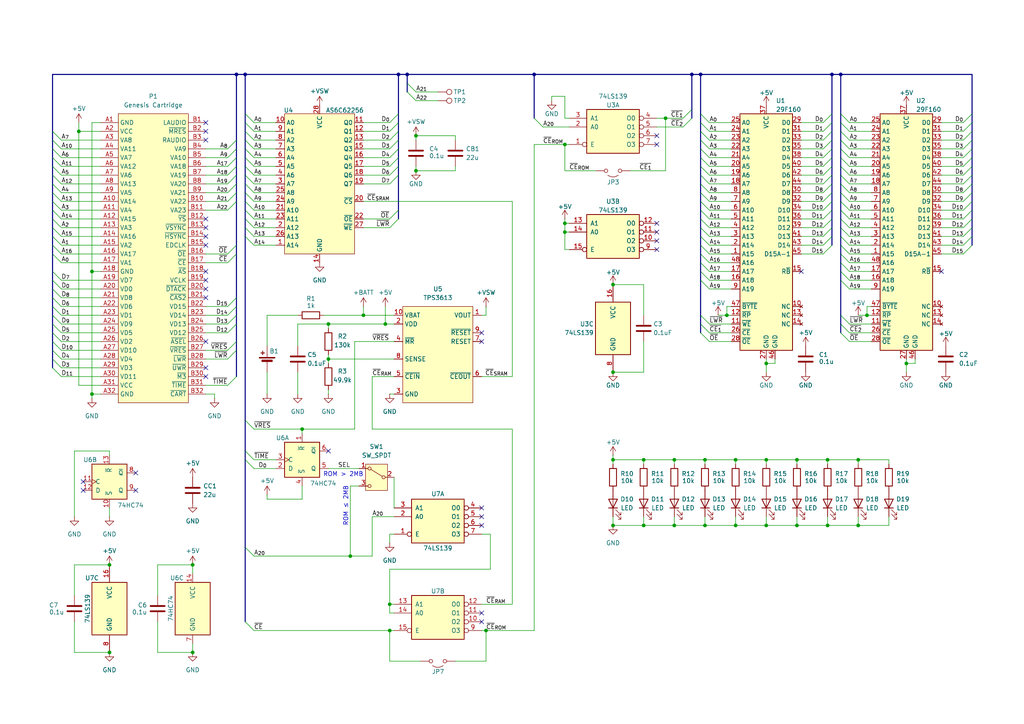
<source format=kicad_sch>
(kicad_sch (version 20231120) (generator "eeschema") (generator_version "8.0")
  (paper "A4")
  (title_block (title "Genesis/Mega Drive Advanced Flash Cartridge") (date "2025-06-08") (rev "1.0") (company "https://github.com/MouseBiteLabs/Genesis-Cartridges"))
  (lib_symbols
    (symbol "74xx:74HC74" (pin_names (offset 1.016))
      (property "Reference" "U" (at -7.62 8.89 0))
      (property "Value" "74HC74" (at -7.62 -8.89 0))
      (symbol "74HC74_1_0"
        (pin input line (at 0 -7.62 90) (length 2.54) (name "~{R}") (number "1"))
        (pin input line (at -7.62 2.54 0) (length 2.54) (name "D") (number "2"))
        (pin input clock (at -7.62 0 0) (length 2.54) (name "C") (number "3"))
        (pin input line (at 0 7.62 270) (length 2.54) (name "~{S}") (number "4"))
        (pin output line (at 7.62 2.54 180) (length 2.54) (name "Q") (number "5"))
        (pin output line (at 7.62 -2.54 180) (length 2.54) (name "~{Q}") (number "6"))
      )
      (symbol "74HC74_2_0"
        (pin input line (at 0 7.62 270) (length 2.54) (name "~{S}") (number "10"))
        (pin input clock (at -7.62 0 0) (length 2.54) (name "C") (number "11"))
        (pin input line (at -7.62 2.54 0) (length 2.54) (name "D") (number "12"))
        (pin input line (at 0 -7.62 90) (length 2.54) (name "~{R}") (number "13"))
        (pin output line (at 7.62 -2.54 180) (length 2.54) (name "~{Q}") (number "8"))
        (pin output line (at 7.62 2.54 180) (length 2.54) (name "Q") (number "9"))
      )
      (symbol "74HC74_3_0"
        (pin power_in line (at 0 10.16 270) (length 2.54) (name "VCC") (number "14"))
        (pin power_in line (at 0 -10.16 90) (length 2.54) (name "GND") (number "7"))
      )
    )
    (symbol "Bucketmouse:74LS139" (pin_names (offset 1.016))
      (property "Reference" "U" (at -7.62 8.89 0))
      (property "Value" "74LS139" (at -7.62 -8.89 0))
      (symbol "74LS139_1_0"
        (pin input inverted (at -12.7 -5.08 0) (length 5.08) (name "E") (number "1"))
        (pin input line (at -12.7 0 0) (length 5.08) (name "A0") (number "2"))
        (pin input line (at -12.7 2.54 0) (length 5.08) (name "A1") (number "3"))
        (pin output inverted (at 12.7 2.54 180) (length 5.08) (name "O0") (number "4"))
        (pin output inverted (at 12.7 0 180) (length 5.08) (name "O1") (number "5"))
        (pin output inverted (at 12.7 -2.54 180) (length 5.08) (name "O2") (number "6"))
        (pin output inverted (at 12.7 -5.08 180) (length 5.08) (name "O3") (number "7"))
      )
      (symbol "74LS139_2_0"
        (pin output inverted (at 12.7 -2.54 180) (length 5.08) (name "O2") (number "10"))
        (pin output inverted (at 12.7 0 180) (length 5.08) (name "O1") (number "11"))
        (pin output inverted (at 12.7 2.54 180) (length 5.08) (name "O0") (number "12"))
        (pin input line (at -12.7 2.54 0) (length 5.08) (name "A1") (number "13"))
        (pin input line (at -12.7 0 0) (length 5.08) (name "A0") (number "14"))
        (pin input inverted (at -12.7 -5.08 0) (length 5.08) (name "E") (number "15"))
        (pin output inverted (at 12.7 -5.08 180) (length 5.08) (name "O3") (number "9"))
      )
      (symbol "74LS139_3_0"
        (pin power_in line (at 0 12.7 270) (length 5.08) (name "VCC") (number "16"))
        (pin power_in line (at 0 -12.7 90) (length 5.08) (name "GND") (number "8"))
      )
    )
    (symbol "Bucketmouse:AS6C62256"
      (property "Reference" "U" (at -10.16 20.955 0))
      (property "Value" "AS6C62256" (at 2.54 20.955 0))
      (symbol "AS6C62256_0_0"
        (pin power_in line (at 0 -22.86 90) (length 2.54) (name "GND") (number "14"))
        (pin power_in line (at 0 22.86 270) (length 2.54) (name "VCC") (number "28"))
      )
      (symbol "AS6C62256_1_1"
        (pin input line (at -12.7 -17.78 0) (length 2.54) (name "A14") (number "1"))
        (pin input line (at -12.7 17.78 0) (length 2.54) (name "A0") (number "10"))
        (pin tri_state line (at 12.7 17.78 180) (length 2.54) (name "Q0") (number "11"))
        (pin tri_state line (at 12.7 15.24 180) (length 2.54) (name "Q1") (number "12"))
        (pin tri_state line (at 12.7 12.7 180) (length 2.54) (name "Q2") (number "13"))
        (pin tri_state line (at 12.7 10.16 180) (length 2.54) (name "Q3") (number "15"))
        (pin tri_state line (at 12.7 7.62 180) (length 2.54) (name "Q4") (number "16"))
        (pin tri_state line (at 12.7 5.08 180) (length 2.54) (name "Q5") (number "17"))
        (pin tri_state line (at 12.7 2.54 180) (length 2.54) (name "Q6") (number "18"))
        (pin tri_state line (at 12.7 0 180) (length 2.54) (name "Q7") (number "19"))
        (pin input line (at -12.7 -12.7 0) (length 2.54) (name "A12") (number "2"))
        (pin input line (at 12.7 -5.08 180) (length 2.54) (name "~{CS}") (number "20"))
        (pin input line (at -12.7 -7.62 0) (length 2.54) (name "A10") (number "21"))
        (pin input line (at 12.7 -10.16 180) (length 2.54) (name "~{OE}") (number "22"))
        (pin input line (at -12.7 -10.16 0) (length 2.54) (name "A11") (number "23"))
        (pin input line (at -12.7 -5.08 0) (length 2.54) (name "A9") (number "24"))
        (pin input line (at -12.7 -2.54 0) (length 2.54) (name "A8") (number "25"))
        (pin input line (at -12.7 -15.24 0) (length 2.54) (name "A13") (number "26"))
        (pin input line (at 12.7 -12.7 180) (length 2.54) (name "~{WE}") (number "27"))
        (pin input line (at -12.7 0 0) (length 2.54) (name "A7") (number "3"))
        (pin input line (at -12.7 2.54 0) (length 2.54) (name "A6") (number "4"))
        (pin input line (at -12.7 5.08 0) (length 2.54) (name "A5") (number "5"))
        (pin input line (at -12.7 7.62 0) (length 2.54) (name "A4") (number "6"))
        (pin input line (at -12.7 10.16 0) (length 2.54) (name "A3") (number "7"))
        (pin input line (at -12.7 12.7 0) (length 2.54) (name "A2") (number "8"))
        (pin input line (at -12.7 15.24 0) (length 2.54) (name "A1") (number "9"))
      )
    )
    (symbol "Bucketmouse:Genesis_Cart_Edge"
      (property "Reference" "U" (at 0 34.29 0))
      (property "Value" "SNES_Cartridge" (at 0 32.004 0))
      (symbol "Genesis_Cart_Edge_1_1"
        (pin power_out line (at -15.24 27.94 0) (length 5.08) (name "GND") (number "A1"))
        (pin output line (at -15.24 5.08 0) (length 5.08) (name "VA14") (number "A10"))
        (pin output line (at -15.24 2.54 0) (length 5.08) (name "VA4") (number "A11"))
        (pin output line (at -15.24 0 0) (length 5.08) (name "VA15") (number "A12"))
        (pin output line (at -15.24 -2.54 0) (length 5.08) (name "VA3") (number "A13"))
        (pin output line (at -15.24 -5.08 0) (length 5.08) (name "VA16") (number "A14"))
        (pin output line (at -15.24 -7.62 0) (length 5.08) (name "VA2") (number "A15"))
        (pin output line (at -15.24 -10.16 0) (length 5.08) (name "VA17") (number "A16"))
        (pin output line (at -15.24 -12.7 0) (length 5.08) (name "VA1") (number "A17"))
        (pin power_out line (at -15.24 -15.24 0) (length 5.08) (name "GND") (number "A18"))
        (pin bidirectional line (at -15.24 -17.78 0) (length 5.08) (name "VD7") (number "A19"))
        (pin power_out line (at -15.24 25.4 0) (length 5.08) (name "VCC") (number "A2"))
        (pin bidirectional line (at -15.24 -20.32 0) (length 5.08) (name "VD0") (number "A20"))
        (pin bidirectional line (at -15.24 -22.86 0) (length 5.08) (name "VD8") (number "A21"))
        (pin bidirectional line (at -15.24 -25.4 0) (length 5.08) (name "VD6") (number "A22"))
        (pin bidirectional line (at -15.24 -27.94 0) (length 5.08) (name "VD1") (number "A23"))
        (pin bidirectional line (at -15.24 -30.48 0) (length 5.08) (name "VD9") (number "A24"))
        (pin bidirectional line (at -15.24 -33.02 0) (length 5.08) (name "VD5") (number "A25"))
        (pin bidirectional line (at -15.24 -35.56 0) (length 5.08) (name "VD2") (number "A26"))
        (pin bidirectional line (at -15.24 -38.1 0) (length 5.08) (name "VD10") (number "A27"))
        (pin bidirectional line (at -15.24 -40.64 0) (length 5.08) (name "VD4") (number "A28"))
        (pin bidirectional line (at -15.24 -43.18 0) (length 5.08) (name "VD3") (number "A29"))
        (pin output line (at -15.24 22.86 0) (length 5.08) (name "VA8") (number "A3"))
        (pin bidirectional line (at -15.24 -45.72 0) (length 5.08) (name "VD11") (number "A30"))
        (pin power_out line (at -15.24 -48.26 0) (length 5.08) (name "VCC") (number "A31"))
        (pin power_out line (at -15.24 -50.8 0) (length 5.08) (name "GND") (number "A32"))
        (pin output line (at -15.24 20.32 0) (length 5.08) (name "VA11") (number "A4"))
        (pin output line (at -15.24 17.78 0) (length 5.08) (name "VA7") (number "A5"))
        (pin output line (at -15.24 15.24 0) (length 5.08) (name "VA12") (number "A6"))
        (pin output line (at -15.24 12.7 0) (length 5.08) (name "VA6") (number "A7"))
        (pin output line (at -15.24 10.16 0) (length 5.08) (name "VA13") (number "A8"))
        (pin output line (at -15.24 7.62 0) (length 5.08) (name "VA5") (number "A9"))
        (pin input line (at 15.24 27.94 180) (length 5.08) (name "LAUDIO") (number "B1"))
        (pin output line (at 15.24 5.08 180) (length 5.08) (name "VA22") (number "B10"))
        (pin output line (at 15.24 2.54 180) (length 5.08) (name "VA23") (number "B11"))
        (pin output line (at 15.24 0 180) (length 5.08) (name "~{YS}") (number "B12"))
        (pin output line (at 15.24 -2.54 180) (length 5.08) (name "~{VSYNC}") (number "B13"))
        (pin output line (at 15.24 -5.08 180) (length 5.08) (name "~{HSYNC}") (number "B14"))
        (pin output line (at 15.24 -7.62 180) (length 5.08) (name "EDCLK") (number "B15"))
        (pin output line (at 15.24 -10.16 180) (length 5.08) (name "~{OE}") (number "B16"))
        (pin output line (at 15.24 -12.7 180) (length 5.08) (name "~{CE}") (number "B17"))
        (pin output line (at 15.24 -15.24 180) (length 5.08) (name "~{AS}") (number "B18"))
        (pin output line (at 15.24 -17.78 180) (length 5.08) (name "VCLK") (number "B19"))
        (pin output line (at 15.24 25.4 180) (length 5.08) (name "~{MRES}") (number "B2"))
        (pin input line (at 15.24 -20.32 180) (length 5.08) (name "~{DTACK}") (number "B20"))
        (pin output line (at 15.24 -22.86 180) (length 5.08) (name "~{CAS2}") (number "B21"))
        (pin bidirectional line (at 15.24 -25.4 180) (length 5.08) (name "VD15") (number "B22"))
        (pin bidirectional line (at 15.24 -27.94 180) (length 5.08) (name "VD14") (number "B23"))
        (pin bidirectional line (at 15.24 -30.48 180) (length 5.08) (name "VD13") (number "B24"))
        (pin bidirectional line (at 15.24 -33.02 180) (length 5.08) (name "VD12") (number "B25"))
        (pin output line (at 15.24 -35.56 180) (length 5.08) (name "~{ASEL}") (number "B26"))
        (pin output line (at 15.24 -38.1 180) (length 5.08) (name "~{VRES}") (number "B27"))
        (pin output line (at 15.24 -40.64 180) (length 5.08) (name "~{LWR}") (number "B28"))
        (pin output line (at 15.24 -43.18 180) (length 5.08) (name "~{UWR}") (number "B29"))
        (pin input line (at 15.24 22.86 180) (length 5.08) (name "RAUDIO") (number "B3"))
        (pin input line (at 15.24 -45.72 180) (length 5.08) (name "~{M3}") (number "B30"))
        (pin output line (at 15.24 -48.26 180) (length 5.08) (name "~{TIME}") (number "B31"))
        (pin input line (at 15.24 -50.8 180) (length 5.08) (name "~{CART}") (number "B32"))
        (pin output line (at 15.24 20.32 180) (length 5.08) (name "VA9") (number "B4"))
        (pin output line (at 15.24 17.78 180) (length 5.08) (name "VA10") (number "B5"))
        (pin output line (at 15.24 15.24 180) (length 5.08) (name "VA18") (number "B6"))
        (pin output line (at 15.24 12.7 180) (length 5.08) (name "VA19") (number "B7"))
        (pin output line (at 15.24 10.16 180) (length 5.08) (name "VA20") (number "B8"))
        (pin output line (at 15.24 7.62 180) (length 5.08) (name "VA21") (number "B9"))
      )
    )
    (symbol "Bucketmouse:TPS3613"
      (property "Reference" "U" (at -10.16 13.208 0))
      (property "Value" "TPS3613" (at 1.778 13.208 0))
      (symbol "TPS3613_1_0"
        (pin power_in line (at 12.7 10.16 180) (length 2.54) (name "VOUT") (number "1"))
        (pin power_in line (at -12.7 10.16 0) (length 2.54) (name "VBAT") (number "10"))
        (pin power_in line (at -12.7 7.62 0) (length 2.54) (name "VDD") (number "2"))
        (pin power_in line (at -12.7 -12.7 0) (length 2.54) (name "GND") (number "3"))
        (pin input line (at -12.7 2.54 0) (length 2.54) (name "~{MR}") (number "4"))
        (pin input line (at -12.7 -7.62 0) (length 2.54) (name "~{CEIN}") (number "5"))
        (pin output line (at 12.7 -7.62 180) (length 2.54) (name "~{CEOUT}") (number "6"))
        (pin output line (at 12.7 2.54 180) (length 2.54) (name "RESET") (number "7"))
        (pin input line (at -12.7 -2.54 0) (length 2.54) (name "SENSE") (number "8"))
        (pin output line (at 12.7 5.08 180) (length 2.54) (name "~{RESET}") (number "9"))
      )
    )
    (symbol "Bucketmouse_Nintendo:29F160"
      (property "Reference" "U" (at -7.62 31.75 0))
      (property "Value" "27C160" (at -10.414 -39.37 0))
      (symbol "29F160_1_1"
        (pin input line (at -10.16 -10.16 0) (length 2.54) (name "A15") (number "1"))
        (pin no_connect line (at 10.16 -25.4 180) (length 2.54) (name "NC") (number "10"))
        (pin input line (at -10.16 -30.48 0) (length 2.54) (name "~{WE}") (number "11"))
        (pin input line (at -10.16 -27.94 0) (length 2.54) (name "~{RP}") (number "12"))
        (pin no_connect line (at 10.16 -27.94 180) (length 2.54) (name "NC") (number "13"))
        (pin no_connect line (at 10.16 -30.48 180) (length 2.54) (name "NC") (number "14"))
        (pin output line (at 10.16 -15.24 180) (length 2.54) (name "R~{B}") (number "15"))
        (pin input line (at -10.16 -17.78 0) (length 2.54) (name "A18") (number "16"))
        (pin input line (at -10.16 -15.24 0) (length 2.54) (name "A17") (number "17"))
        (pin input line (at -10.16 10.16 0) (length 2.54) (name "A7") (number "18"))
        (pin input line (at -10.16 12.7 0) (length 2.54) (name "A6") (number "19"))
        (pin input line (at -10.16 -7.62 0) (length 2.54) (name "A14") (number "2"))
        (pin input line (at -10.16 15.24 0) (length 2.54) (name "A5") (number "20"))
        (pin input line (at -10.16 17.78 0) (length 2.54) (name "A4") (number "21"))
        (pin input line (at -10.16 20.32 0) (length 2.54) (name "A3") (number "22"))
        (pin input line (at -10.16 22.86 0) (length 2.54) (name "A2") (number "23"))
        (pin input line (at -10.16 25.4 0) (length 2.54) (name "A1") (number "24"))
        (pin input line (at -10.16 27.94 0) (length 2.54) (name "A0") (number "25"))
        (pin input line (at -10.16 -33.02 0) (length 2.54) (name "~{CE}") (number "26"))
        (pin power_in line (at 0 -40.64 90) (length 2.54) (name "GND") (number "27"))
        (pin input line (at -10.16 -35.56 0) (length 2.54) (name "~{OE}") (number "28"))
        (pin tri_state line (at 10.16 27.94 180) (length 2.54) (name "D0") (number "29"))
        (pin input line (at -10.16 -5.08 0) (length 2.54) (name "A13") (number "3"))
        (pin tri_state line (at 10.16 7.62 180) (length 2.54) (name "D8") (number "30"))
        (pin tri_state line (at 10.16 25.4 180) (length 2.54) (name "D1") (number "31"))
        (pin tri_state line (at 10.16 5.08 180) (length 2.54) (name "D9") (number "32"))
        (pin tri_state line (at 10.16 22.86 180) (length 2.54) (name "D2") (number "33"))
        (pin tri_state line (at 10.16 2.54 180) (length 2.54) (name "D10") (number "34"))
        (pin tri_state line (at 10.16 20.32 180) (length 2.54) (name "D3") (number "35"))
        (pin tri_state line (at 10.16 0 180) (length 2.54) (name "D11") (number "36"))
        (pin power_in line (at 0 33.02 270) (length 2.54) (name "VCC") (number "37"))
        (pin tri_state line (at 10.16 17.78 180) (length 2.54) (name "D4") (number "38"))
        (pin tri_state line (at 10.16 -2.54 180) (length 2.54) (name "D12") (number "39"))
        (pin input line (at -10.16 -2.54 0) (length 2.54) (name "A12") (number "4"))
        (pin tri_state line (at 10.16 15.24 180) (length 2.54) (name "D5") (number "40"))
        (pin tri_state line (at 10.16 -5.08 180) (length 2.54) (name "D13") (number "41"))
        (pin tri_state line (at 10.16 12.7 180) (length 2.54) (name "D6") (number "42"))
        (pin tri_state line (at 10.16 -7.62 180) (length 2.54) (name "D14") (number "43"))
        (pin tri_state line (at 10.16 10.16 180) (length 2.54) (name "D7") (number "44"))
        (pin tri_state line (at 10.16 -10.16 180) (length 2.54) (name "D15A-1") (number "45"))
        (pin power_in line (at 2.54 -40.64 90) (length 2.54) (name "GND") (number "46"))
        (pin input line (at -10.16 -25.4 0) (length 2.54) (name "~{BYTE}") (number "47"))
        (pin input line (at -10.16 -12.7 0) (length 2.54) (name "A16") (number "48"))
        (pin input line (at -10.16 0 0) (length 2.54) (name "A11") (number "5"))
        (pin input line (at -10.16 2.54 0) (length 2.54) (name "A10") (number "6"))
        (pin input line (at -10.16 5.08 0) (length 2.54) (name "A9") (number "7"))
        (pin input line (at -10.16 7.62 0) (length 2.54) (name "A8") (number "8"))
        (pin input line (at -10.16 -20.32 0) (length 2.54) (name "A19") (number "9"))
      )
    )
    (symbol "Bucketmouse_Nintendo:74LS139" (pin_names (offset 1.016))
      (property "Reference" "U" (at -7.62 8.89 0))
      (property "Value" "74LS139" (at -7.62 -8.89 0))
      (symbol "74LS139_1_0"
        (pin input inverted (at -12.7 -5.08 0) (length 5.08) (name "E") (number "1"))
        (pin input line (at -12.7 0 0) (length 5.08) (name "A0") (number "2"))
        (pin input line (at -12.7 2.54 0) (length 5.08) (name "A1") (number "3"))
        (pin output inverted (at 12.7 2.54 180) (length 5.08) (name "O0") (number "4"))
        (pin output inverted (at 12.7 0 180) (length 5.08) (name "O1") (number "5"))
        (pin output inverted (at 12.7 -2.54 180) (length 5.08) (name "O2") (number "6"))
        (pin output inverted (at 12.7 -5.08 180) (length 5.08) (name "O3") (number "7"))
      )
      (symbol "74LS139_2_0"
        (pin output inverted (at 12.7 -2.54 180) (length 5.08) (name "O2") (number "10"))
        (pin output inverted (at 12.7 0 180) (length 5.08) (name "O1") (number "11"))
        (pin output inverted (at 12.7 2.54 180) (length 5.08) (name "O0") (number "12"))
        (pin input line (at -12.7 2.54 0) (length 5.08) (name "A1") (number "13"))
        (pin input line (at -12.7 0 0) (length 5.08) (name "A0") (number "14"))
        (pin input inverted (at -12.7 -5.08 0) (length 5.08) (name "E") (number "15"))
        (pin output inverted (at 12.7 -5.08 180) (length 5.08) (name "O3") (number "9"))
      )
      (symbol "74LS139_3_0"
        (pin power_in line (at 0 12.7 270) (length 5.08) (name "VCC") (number "16"))
        (pin power_in line (at 0 -12.7 90) (length 5.08) (name "GND") (number "8"))
      )
    )
    (symbol "Connector:TestPoint" (pin_numbers hide) (pin_names (offset 0.762) hide)
      (property "Reference" "TP" (at 0 6.858 0))
      (property "Value" "TestPoint" (at 0 5.08 0))
      (symbol "TestPoint_1_1"
        (pin passive line (at 0 0 90) (length 2.54) (name "1") (number "1"))
      )
    )
    (symbol "Device:Battery_Cell" (pin_numbers hide) (pin_names (offset 0) hide)
      (property "Reference" "BT" (at 2.54 2.54 0))
      (property "Value" "Battery_Cell" (at 2.54 0 0))
      (symbol "Battery_Cell_1_1"
        (pin passive line (at 0 5.08 270) (length 2.54) (name "+") (number "1"))
        (pin passive line (at 0 -2.54 90) (length 2.54) (name "-") (number "2"))
      )
    )
    (symbol "Device:C" (pin_numbers hide) (pin_names (offset 0.254))
      (property "Reference" "C" (at 0.635 2.54 0))
      (property "Value" "C" (at 0.635 -2.54 0))
      (symbol "C_1_1"
        (pin passive line (at 0 3.81 270) (length 2.794) (name "~") (number "1"))
        (pin passive line (at 0 -3.81 90) (length 2.794) (name "~") (number "2"))
      )
    )
    (symbol "Device:LED" (pin_numbers hide) (pin_names (offset 1.016) hide)
      (property "Reference" "D" (at 0 2.54 0))
      (property "Value" "LED" (at 0 -2.54 0))
      (symbol "LED_1_1"
        (pin passive line (at -3.81 0 0) (length 2.54) (name "K") (number "1"))
        (pin passive line (at 3.81 0 180) (length 2.54) (name "A") (number "2"))
      )
    )
    (symbol "Device:R" (pin_numbers hide) (pin_names (offset 0))
      (property "Reference" "R" (at 2.032 0 90))
      (property "Value" "R" (at 0 0 90))
      (symbol "R_1_1"
        (pin passive line (at 0 3.81 270) (length 1.27) (name "~") (number "1"))
        (pin passive line (at 0 -3.81 90) (length 1.27) (name "~") (number "2"))
      )
    )
    (symbol "Jumper:Jumper_2_Open" (pin_numbers hide) (pin_names (offset 0) hide) (exclude_from_sim yes)
      (property "Reference" "JP" (at 0 2.794 0))
      (property "Value" "Jumper_2_Open" (at 0 -2.286 0))
      (symbol "Jumper_2_Open_1_1"
        (pin passive line (at -5.08 0 0) (length 2.54) (name "A") (number "1"))
        (pin passive line (at 5.08 0 180) (length 2.54) (name "B") (number "2"))
      )
    )
    (symbol "Switch:SW_SPDT" (pin_names (offset 0) hide)
      (property "Reference" "SW" (at 0 5.08 0))
      (property "Value" "SW_SPDT" (at 0 -5.08 0))
      (symbol "SW_SPDT_1_1"
        (pin passive line (at 5.08 2.54 180) (length 2.54) (name "A") (number "1"))
        (pin passive line (at -5.08 0 0) (length 2.54) (name "B") (number "2"))
        (pin passive line (at 5.08 -2.54 180) (length 2.54) (name "C") (number "3"))
      )
    )
    (symbol "power:+5V" (power) (pin_numbers hide) (pin_names (offset 0) hide)
      (property "Value" "+5V" (at 0 3.556 0))
      (symbol "+5V_1_1"
        (pin power_in line (at 0 0 90) (length 0) (name "~") (number "1"))
      )
    )
    (symbol "power:+BATT" (power) (pin_numbers hide) (pin_names (offset 0) hide)
      (property "Value" "+BATT" (at 0 3.556 0))
      (symbol "+BATT_1_1"
        (pin power_in line (at 0 0 90) (length 0) (name "~") (number "1"))
      )
    )
    (symbol "power:+VSW" (power) (pin_numbers hide) (pin_names (offset 0) hide)
      (property "Value" "+VSW" (at 0 3.556 0))
      (symbol "+VSW_1_1"
        (pin power_in line (at 0 0 90) (length 0) (name "~") (number "1"))
      )
    )
    (symbol "power:GND" (power) (pin_numbers hide) (pin_names (offset 0) hide)
      (property "Value" "GND" (at 0 -3.81 0))
      (symbol "GND_1_1"
        (pin power_in line (at 0 0 270) (length 0) (name "~") (number "1"))
      )
    )
  )
  (junction (at 95.25 104.14))
  (junction (at 120.65 49.53))
  (junction (at 31.75 189.23))
  (junction (at 120.65 39.37))
  (junction (at 241.3 21.59))
  (junction (at 118.11 21.59))
  (junction (at 186.69 152.4))
  (junction (at 154.94 21.59))
  (junction (at 195.58 133.35))
  (junction (at 22.86 38.1))
  (junction (at 213.36 133.35))
  (junction (at 111.76 93.98))
  (junction (at 251.46 91.44))
  (junction (at 68.58 21.59))
  (junction (at 186.69 133.35))
  (junction (at 213.36 152.4))
  (junction (at 200.66 21.59))
  (junction (at 204.47 133.35))
  (junction (at 31.75 163.83))
  (junction (at 177.8 107.95))
  (junction (at 231.14 133.35))
  (junction (at 163.83 41.91))
  (junction (at 26.67 114.3))
  (junction (at 222.25 105.41))
  (junction (at 240.03 133.35))
  (junction (at 87.63 124.46))
  (junction (at 113.03 182.88))
  (junction (at 195.58 152.4))
  (junction (at 115.57 21.59))
  (junction (at 163.83 64.77))
  (junction (at 262.89 105.41))
  (junction (at 240.03 152.4))
  (junction (at 243.84 21.59))
  (junction (at 105.41 91.44))
  (junction (at 222.25 152.4))
  (junction (at 210.82 91.44))
  (junction (at 222.25 133.35))
  (junction (at 55.88 163.83))
  (junction (at 248.92 152.4))
  (junction (at 95.25 93.98))
  (junction (at 203.2 21.59))
  (junction (at 71.12 21.59))
  (junction (at 113.03 175.26))
  (junction (at 177.8 152.4))
  (junction (at 26.67 78.74))
  (junction (at 163.83 67.31))
  (junction (at 248.92 133.35))
  (junction (at 140.97 182.88))
  (junction (at 101.6 161.29))
  (junction (at 55.88 189.23))
  (junction (at 231.14 152.4))
  (junction (at 193.04 34.29))
  (junction (at 177.8 82.55))
  (junction (at 204.47 152.4))
  (junction (at 177.8 133.35))
  (no_connect (at 59.69 38.1))
  (no_connect (at 59.69 35.56))
  (no_connect (at 59.69 106.68))
  (no_connect (at 95.25 130.81))
  (no_connect (at 139.7 96.52))
  (no_connect (at 59.69 81.28))
  (no_connect (at 190.5 69.85))
  (no_connect (at 59.69 71.12))
  (no_connect (at 139.7 147.32))
  (no_connect (at 190.5 67.31))
  (no_connect (at 24.13 139.7))
  (no_connect (at 59.69 86.36))
  (no_connect (at 39.37 142.24))
  (no_connect (at 190.5 72.39))
  (no_connect (at 24.13 142.24))
  (no_connect (at 139.7 180.34))
  (no_connect (at 139.7 149.86))
  (no_connect (at 59.69 68.58))
  (no_connect (at 190.5 41.91))
  (no_connect (at 190.5 39.37))
  (no_connect (at 273.05 78.74))
  (no_connect (at 190.5 64.77))
  (no_connect (at 139.7 177.8))
  (no_connect (at 39.37 137.16))
  (no_connect (at 232.41 78.74))
  (no_connect (at 139.7 152.4))
  (no_connect (at 59.69 63.5))
  (no_connect (at 59.69 83.82))
  (no_connect (at 139.7 99.06))
  (no_connect (at 59.69 99.06))
  (no_connect (at 59.69 66.04))
  (no_connect (at 59.69 40.64))
  (no_connect (at 59.69 78.74))
  (no_connect (at 59.69 109.22))
  (bus_entry (at 118.11 24.13) (size 2.54 2.54))
  (bus_entry (at 243.84 68.58) (size 2.54 2.54))
  (bus_entry (at 71.12 53.34) (size 2.54 2.54))
  (bus_entry (at 241.3 71.12) (size -2.54 2.54))
  (bus_entry (at 203.2 50.8) (size 2.54 2.54))
  (bus_entry (at 281.94 43.18) (size -2.54 2.54))
  (bus_entry (at 203.2 40.64) (size 2.54 2.54))
  (bus_entry (at 68.58 48.26) (size -2.54 2.54))
  (bus_entry (at 68.58 86.36) (size -2.54 2.54))
  (bus_entry (at 281.94 53.34) (size -2.54 2.54))
  (bus_entry (at 68.58 99.06) (size -2.54 2.54))
  (bus_entry (at 68.58 71.12) (size -2.54 2.54))
  (bus_entry (at 68.58 88.9) (size -2.54 2.54))
  (bus_entry (at 15.24 78.74) (size 2.54 2.54))
  (bus_entry (at 203.2 73.66) (size 2.54 2.54))
  (bus_entry (at 243.84 66.04) (size 2.54 2.54))
  (bus_entry (at 203.2 53.34) (size 2.54 2.54))
  (bus_entry (at 281.94 66.04) (size -2.54 2.54))
  (bus_entry (at 71.12 48.26) (size 2.54 2.54))
  (bus_entry (at 15.24 50.8) (size 2.54 2.54))
  (bus_entry (at 281.94 35.56) (size -2.54 2.54))
  (bus_entry (at 203.2 35.56) (size 2.54 2.54))
  (bus_entry (at 15.24 38.1) (size 2.54 2.54))
  (bus_entry (at 203.2 58.42) (size 2.54 2.54))
  (bus_entry (at 68.58 43.18) (size -2.54 2.54))
  (bus_entry (at 15.24 73.66) (size 2.54 2.54))
  (bus_entry (at 241.3 40.64) (size -2.54 2.54))
  (bus_entry (at 68.58 50.8) (size -2.54 2.54))
  (bus_entry (at 241.3 35.56) (size -2.54 2.54))
  (bus_entry (at 15.24 81.28) (size 2.54 2.54))
  (bus_entry (at 241.3 50.8) (size -2.54 2.54))
  (bus_entry (at 243.84 81.28) (size 2.54 2.54))
  (bus_entry (at 68.58 109.22) (size -2.54 2.54))
  (bus_entry (at 203.2 91.44) (size 2.54 2.54))
  (bus_entry (at 241.3 63.5) (size -2.54 2.54))
  (bus_entry (at 71.12 35.56) (size 2.54 2.54))
  (bus_entry (at 203.2 60.96) (size 2.54 2.54))
  (bus_entry (at 154.94 34.29) (size 2.54 2.54))
  (bus_entry (at 15.24 45.72) (size 2.54 2.54))
  (bus_entry (at 71.12 55.88) (size 2.54 2.54))
  (bus_entry (at 243.84 91.44) (size 2.54 2.54))
  (bus_entry (at 68.58 91.44) (size -2.54 2.54))
  (bus_entry (at 118.11 26.67) (size 2.54 2.54))
  (bus_entry (at 281.94 38.1) (size -2.54 2.54))
  (bus_entry (at 71.12 40.64) (size 2.54 2.54))
  (bus_entry (at 115.57 48.26) (size -2.54 2.54))
  (bus_entry (at 71.12 50.8) (size 2.54 2.54))
  (bus_entry (at 71.12 63.5) (size 2.54 2.54))
  (bus_entry (at 71.12 43.18) (size 2.54 2.54))
  (bus_entry (at 243.84 71.12) (size 2.54 2.54))
  (bus_entry (at 15.24 43.18) (size 2.54 2.54))
  (bus_entry (at 241.3 53.34) (size -2.54 2.54))
  (bus_entry (at 243.84 93.98) (size 2.54 2.54))
  (bus_entry (at 115.57 43.18) (size -2.54 2.54))
  (bus_entry (at 15.24 66.04) (size 2.54 2.54))
  (bus_entry (at 71.12 180.34) (size 2.54 2.54))
  (bus_entry (at 241.3 48.26) (size -2.54 2.54))
  (bus_entry (at 243.84 38.1) (size 2.54 2.54))
  (bus_entry (at 203.2 68.58) (size 2.54 2.54))
  (bus_entry (at 203.2 48.26) (size 2.54 2.54))
  (bus_entry (at 281.94 58.42) (size -2.54 2.54))
  (bus_entry (at 71.12 45.72) (size 2.54 2.54))
  (bus_entry (at 71.12 133.35) (size 2.54 2.54))
  (bus_entry (at 281.94 63.5) (size -2.54 2.54))
  (bus_entry (at 243.84 76.2) (size 2.54 2.54))
  (bus_entry (at 15.24 63.5) (size 2.54 2.54))
  (bus_entry (at 115.57 40.64) (size -2.54 2.54))
  (bus_entry (at 200.66 34.29) (size -2.54 2.54))
  (bus_entry (at 68.58 101.6) (size -2.54 2.54))
  (bus_entry (at 115.57 33.02) (size -2.54 2.54))
  (bus_entry (at 203.2 81.28) (size 2.54 2.54))
  (bus_entry (at 203.2 71.12) (size 2.54 2.54))
  (bus_entry (at 15.24 104.14) (size 2.54 2.54))
  (bus_entry (at 241.3 33.02) (size -2.54 2.54))
  (bus_entry (at 115.57 38.1) (size -2.54 2.54))
  (bus_entry (at 281.94 45.72) (size -2.54 2.54))
  (bus_entry (at 243.84 45.72) (size 2.54 2.54))
  (bus_entry (at 243.84 48.26) (size 2.54 2.54))
  (bus_entry (at 203.2 76.2) (size 2.54 2.54))
  (bus_entry (at 71.12 33.02) (size 2.54 2.54))
  (bus_entry (at 243.84 60.96) (size 2.54 2.54))
  (bus_entry (at 241.3 38.1) (size -2.54 2.54))
  (bus_entry (at 15.24 106.68) (size 2.54 2.54))
  (bus_entry (at 71.12 130.81) (size 2.54 2.54))
  (bus_entry (at 68.58 45.72) (size -2.54 2.54))
  (bus_entry (at 68.58 55.88) (size -2.54 2.54))
  (bus_entry (at 15.24 86.36) (size 2.54 2.54))
  (bus_entry (at 200.66 31.75) (size -2.54 2.54))
  (bus_entry (at 15.24 68.58) (size 2.54 2.54))
  (bus_entry (at 203.2 78.74) (size 2.54 2.54))
  (bus_entry (at 203.2 55.88) (size 2.54 2.54))
  (bus_entry (at 243.84 35.56) (size 2.54 2.54))
  (bus_entry (at 281.94 68.58) (size -2.54 2.54))
  (bus_entry (at 243.84 55.88) (size 2.54 2.54))
  (bus_entry (at 71.12 121.92) (size 2.54 2.54))
  (bus_entry (at 15.24 58.42) (size 2.54 2.54))
  (bus_entry (at 15.24 71.12) (size 2.54 2.54))
  (bus_entry (at 15.24 53.34) (size 2.54 2.54))
  (bus_entry (at 203.2 63.5) (size 2.54 2.54))
  (bus_entry (at 243.84 53.34) (size 2.54 2.54))
  (bus_entry (at 281.94 60.96) (size -2.54 2.54))
  (bus_entry (at 15.24 60.96) (size 2.54 2.54))
  (bus_entry (at 15.24 96.52) (size 2.54 2.54))
  (bus_entry (at 243.84 58.42) (size 2.54 2.54))
  (bus_entry (at 243.84 63.5) (size 2.54 2.54))
  (bus_entry (at 15.24 48.26) (size 2.54 2.54))
  (bus_entry (at 203.2 66.04) (size 2.54 2.54))
  (bus_entry (at 241.3 43.18) (size -2.54 2.54))
  (bus_entry (at 15.24 83.82) (size 2.54 2.54))
  (bus_entry (at 115.57 63.5) (size -2.54 2.54))
  (bus_entry (at 71.12 66.04) (size 2.54 2.54))
  (bus_entry (at 203.2 33.02) (size 2.54 2.54))
  (bus_entry (at 203.2 96.52) (size 2.54 2.54))
  (bus_entry (at 241.3 58.42) (size -2.54 2.54))
  (bus_entry (at 15.24 93.98) (size 2.54 2.54))
  (bus_entry (at 241.3 45.72) (size -2.54 2.54))
  (bus_entry (at 71.12 58.42) (size 2.54 2.54))
  (bus_entry (at 241.3 60.96) (size -2.54 2.54))
  (bus_entry (at 68.58 73.66) (size -2.54 2.54))
  (bus_entry (at 71.12 60.96) (size 2.54 2.54))
  (bus_entry (at 115.57 60.96) (size -2.54 2.54))
  (bus_entry (at 203.2 38.1) (size 2.54 2.54))
  (bus_entry (at 68.58 58.42) (size -2.54 2.54))
  (bus_entry (at 281.94 71.12) (size -2.54 2.54))
  (bus_entry (at 241.3 68.58) (size -2.54 2.54))
  (bus_entry (at 15.24 99.06) (size 2.54 2.54))
  (bus_entry (at 243.84 73.66) (size 2.54 2.54))
  (bus_entry (at 281.94 40.64) (size -2.54 2.54))
  (bus_entry (at 115.57 35.56) (size -2.54 2.54))
  (bus_entry (at 281.94 55.88) (size -2.54 2.54))
  (bus_entry (at 243.84 33.02) (size 2.54 2.54))
  (bus_entry (at 241.3 66.04) (size -2.54 2.54))
  (bus_entry (at 15.24 40.64) (size 2.54 2.54))
  (bus_entry (at 115.57 50.8) (size -2.54 2.54))
  (bus_entry (at 203.2 43.18) (size 2.54 2.54))
  (bus_entry (at 15.24 101.6) (size 2.54 2.54))
  (bus_entry (at 15.24 55.88) (size 2.54 2.54))
  (bus_entry (at 241.3 55.88) (size -2.54 2.54))
  (bus_entry (at 243.84 96.52) (size 2.54 2.54))
  (bus_entry (at 71.12 158.75) (size 2.54 2.54))
  (bus_entry (at 281.94 48.26) (size -2.54 2.54))
  (bus_entry (at 281.94 50.8) (size -2.54 2.54))
  (bus_entry (at 243.84 78.74) (size 2.54 2.54))
  (bus_entry (at 71.12 68.58) (size 2.54 2.54))
  (bus_entry (at 243.84 40.64) (size 2.54 2.54))
  (bus_entry (at 115.57 45.72) (size -2.54 2.54))
  (bus_entry (at 15.24 88.9) (size 2.54 2.54))
  (bus_entry (at 243.84 50.8) (size 2.54 2.54))
  (bus_entry (at 203.2 93.98) (size 2.54 2.54))
  (bus_entry (at 71.12 38.1) (size 2.54 2.54))
  (bus_entry (at 68.58 93.98) (size -2.54 2.54))
  (bus_entry (at 243.84 43.18) (size 2.54 2.54))
  (bus_entry (at 68.58 40.64) (size -2.54 2.54))
  (bus_entry (at 203.2 45.72) (size 2.54 2.54))
  (bus_entry (at 15.24 91.44) (size 2.54 2.54))
  (bus_entry (at 68.58 53.34) (size -2.54 2.54))
  (bus_entry (at 281.94 33.02) (size -2.54 2.54))
  (wire (pts (xy 160.02 27.94) (xy 160.02 29.21)))
  (wire (pts (xy 246.38 40.64) (xy 252.73 40.64)))
  (wire (pts (xy 113.03 191.77) (xy 121.92 191.77)))
  (bus (pts (xy 281.94 53.34) (xy 281.94 55.88)))
  (bus (pts (xy 203.2 60.96) (xy 203.2 63.5)))
  (wire (pts (xy 17.78 91.44) (xy 29.21 91.44)))
  (wire (pts (xy 232.41 55.88) (xy 238.76 55.88)))
  (wire (pts (xy 139.7 182.88) (xy 140.97 182.88)))
  (wire (pts (xy 257.81 133.35) (xy 257.81 134.62)))
  (wire (pts (xy 246.38 53.34) (xy 252.73 53.34)))
  (bus (pts (xy 241.3 35.56) (xy 241.3 38.1)))
  (wire (pts (xy 62.23 114.3) (xy 62.23 115.57)))
  (bus (pts (xy 154.94 21.59) (xy 200.66 21.59)))
  (bus (pts (xy 15.24 91.44) (xy 15.24 88.9)))
  (wire (pts (xy 186.69 91.44) (xy 186.69 82.55)))
  (wire (pts (xy 17.78 81.28) (xy 29.21 81.28)))
  (wire (pts (xy 132.08 49.53) (xy 120.65 49.53)))
  (wire (pts (xy 105.41 53.34) (xy 113.03 53.34)))
  (bus (pts (xy 71.12 60.96) (xy 71.12 58.42)))
  (wire (pts (xy 205.74 81.28) (xy 212.09 81.28)))
  (wire (pts (xy 26.67 114.3) (xy 26.67 115.57)))
  (wire (pts (xy 17.78 60.96) (xy 29.21 60.96)))
  (wire (pts (xy 17.78 86.36) (xy 29.21 86.36)))
  (bus (pts (xy 71.12 68.58) (xy 71.12 121.92)))
  (wire (pts (xy 205.74 45.72) (xy 212.09 45.72)))
  (wire (pts (xy 232.41 63.5) (xy 238.76 63.5)))
  (wire (pts (xy 246.38 81.28) (xy 252.73 81.28)))
  (wire (pts (xy 87.63 125.73) (xy 87.63 124.46)))
  (bus (pts (xy 243.84 60.96) (xy 243.84 63.5)))
  (bus (pts (xy 200.66 21.59) (xy 203.2 21.59)))
  (wire (pts (xy 139.7 154.94) (xy 142.24 154.94)))
  (bus (pts (xy 203.2 33.02) (xy 203.2 35.56)))
  (wire (pts (xy 17.78 99.06) (xy 29.21 99.06)))
  (wire (pts (xy 105.41 58.42) (xy 148.59 58.42)))
  (wire (pts (xy 273.05 66.04) (xy 279.4 66.04)))
  (wire (pts (xy 31.75 147.32) (xy 31.75 149.86)))
  (bus (pts (xy 71.12 63.5) (xy 71.12 60.96)))
  (bus (pts (xy 243.84 35.56) (xy 243.84 38.1)))
  (wire (pts (xy 93.98 91.44) (xy 105.41 91.44)))
  (wire (pts (xy 31.75 130.81) (xy 31.75 132.08)))
  (bus (pts (xy 68.58 53.34) (xy 68.58 55.88)))
  (wire (pts (xy 113.03 38.1) (xy 105.41 38.1)))
  (wire (pts (xy 66.04 91.44) (xy 59.69 91.44)))
  (wire (pts (xy 205.74 60.96) (xy 212.09 60.96)))
  (wire (pts (xy 59.69 101.6) (xy 66.04 101.6)))
  (wire (pts (xy 246.38 45.72) (xy 252.73 45.72)))
  (bus (pts (xy 71.12 121.92) (xy 71.12 130.81)))
  (wire (pts (xy 213.36 152.4) (xy 222.25 152.4)))
  (bus (pts (xy 203.2 40.64) (xy 203.2 43.18)))
  (wire (pts (xy 177.8 133.35) (xy 177.8 134.62)))
  (wire (pts (xy 177.8 149.86) (xy 177.8 152.4)))
  (wire (pts (xy 107.95 124.46) (xy 148.59 124.46)))
  (wire (pts (xy 132.08 39.37) (xy 132.08 40.64)))
  (wire (pts (xy 95.25 105.41) (xy 95.25 104.14)))
  (bus (pts (xy 154.94 34.29) (xy 154.94 21.59)))
  (wire (pts (xy 73.66 63.5) (xy 80.01 63.5)))
  (wire (pts (xy 66.04 50.8) (xy 59.69 50.8)))
  (wire (pts (xy 246.38 43.18) (xy 252.73 43.18)))
  (bus (pts (xy 203.2 53.34) (xy 203.2 55.88)))
  (wire (pts (xy 73.66 35.56) (xy 80.01 35.56)))
  (wire (pts (xy 195.58 152.4) (xy 204.47 152.4)))
  (wire (pts (xy 205.74 38.1) (xy 212.09 38.1)))
  (bus (pts (xy 243.84 48.26) (xy 243.84 50.8)))
  (wire (pts (xy 213.36 152.4) (xy 213.36 149.86)))
  (bus (pts (xy 71.12 21.59) (xy 71.12 33.02)))
  (wire (pts (xy 113.03 182.88) (xy 114.3 182.88)))
  (bus (pts (xy 243.84 71.12) (xy 243.84 73.66)))
  (wire (pts (xy 59.69 114.3) (xy 62.23 114.3)))
  (wire (pts (xy 140.97 191.77) (xy 132.08 191.77)))
  (bus (pts (xy 281.94 68.58) (xy 281.94 71.12)))
  (bus (pts (xy 15.24 101.6) (xy 15.24 99.06)))
  (bus (pts (xy 71.12 58.42) (xy 71.12 55.88)))
  (bus (pts (xy 241.3 55.88) (xy 241.3 58.42)))
  (bus (pts (xy 243.84 81.28) (xy 243.84 91.44)))
  (bus (pts (xy 71.12 43.18) (xy 71.12 40.64)))
  (bus (pts (xy 203.2 93.98) (xy 203.2 96.52)))
  (wire (pts (xy 195.58 133.35) (xy 204.47 133.35)))
  (wire (pts (xy 205.74 53.34) (xy 212.09 53.34)))
  (wire (pts (xy 142.24 154.94) (xy 142.24 165.1)))
  (bus (pts (xy 68.58 93.98) (xy 68.58 99.06)))
  (bus (pts (xy 68.58 45.72) (xy 68.58 48.26)))
  (wire (pts (xy 29.21 111.76) (xy 22.86 111.76)))
  (wire (pts (xy 120.65 26.67) (xy 127 26.67)))
  (wire (pts (xy 31.75 130.81) (xy 21.59 130.81)))
  (wire (pts (xy 246.38 71.12) (xy 252.73 71.12)))
  (bus (pts (xy 243.84 55.88) (xy 243.84 58.42)))
  (bus (pts (xy 15.24 78.74) (xy 15.24 73.66)))
  (bus (pts (xy 15.24 40.64) (xy 15.24 38.1)))
  (bus (pts (xy 71.12 130.81) (xy 71.12 133.35)))
  (bus (pts (xy 15.24 55.88) (xy 15.24 53.34)))
  (wire (pts (xy 186.69 133.35) (xy 186.69 134.62)))
  (wire (pts (xy 17.78 53.34) (xy 29.21 53.34)))
  (wire (pts (xy 163.83 67.31) (xy 165.1 67.31)))
  (bus (pts (xy 68.58 21.59) (xy 68.58 40.64)))
  (bus (pts (xy 71.12 35.56) (xy 71.12 33.02)))
  (bus (pts (xy 243.84 43.18) (xy 243.84 45.72)))
  (wire (pts (xy 232.41 68.58) (xy 238.76 68.58)))
  (bus (pts (xy 243.84 38.1) (xy 243.84 40.64)))
  (wire (pts (xy 186.69 152.4) (xy 186.69 149.86)))
  (bus (pts (xy 241.3 68.58) (xy 241.3 71.12)))
  (wire (pts (xy 163.83 64.77) (xy 163.83 67.31)))
  (wire (pts (xy 114.3 99.06) (xy 102.87 99.06)))
  (bus (pts (xy 71.12 133.35) (xy 71.12 158.75)))
  (bus (pts (xy 68.58 43.18) (xy 68.58 45.72)))
  (bus (pts (xy 241.3 40.64) (xy 241.3 43.18)))
  (bus (pts (xy 68.58 86.36) (xy 68.58 88.9)))
  (wire (pts (xy 195.58 152.4) (xy 195.58 149.86)))
  (wire (pts (xy 139.7 175.26) (xy 148.59 175.26)))
  (bus (pts (xy 241.3 50.8) (xy 241.3 53.34)))
  (wire (pts (xy 66.04 48.26) (xy 59.69 48.26)))
  (wire (pts (xy 273.05 50.8) (xy 279.4 50.8)))
  (wire (pts (xy 21.59 189.23) (xy 31.75 189.23)))
  (wire (pts (xy 231.14 152.4) (xy 231.14 149.86)))
  (wire (pts (xy 77.47 107.95) (xy 77.47 114.3)))
  (bus (pts (xy 241.3 66.04) (xy 241.3 68.58)))
  (wire (pts (xy 22.86 38.1) (xy 22.86 111.76)))
  (wire (pts (xy 232.41 40.64) (xy 238.76 40.64)))
  (wire (pts (xy 163.83 34.29) (xy 165.1 34.29)))
  (wire (pts (xy 113.03 165.1) (xy 113.03 175.26)))
  (wire (pts (xy 182.88 49.53) (xy 193.04 49.53)))
  (wire (pts (xy 213.36 133.35) (xy 213.36 134.62)))
  (wire (pts (xy 113.03 177.8) (xy 113.03 175.26)))
  (bus (pts (xy 281.94 63.5) (xy 281.94 66.04)))
  (wire (pts (xy 246.38 50.8) (xy 252.73 50.8)))
  (wire (pts (xy 154.94 41.91) (xy 154.94 182.88)))
  (bus (pts (xy 71.12 50.8) (xy 71.12 48.26)))
  (wire (pts (xy 73.66 68.58) (xy 80.01 68.58)))
  (bus (pts (xy 241.3 38.1) (xy 241.3 40.64)))
  (bus (pts (xy 203.2 76.2) (xy 203.2 78.74)))
  (wire (pts (xy 163.83 63.5) (xy 163.83 64.77)))
  (wire (pts (xy 59.69 111.76) (xy 66.04 111.76)))
  (bus (pts (xy 241.3 21.59) (xy 243.84 21.59)))
  (wire (pts (xy 66.04 43.18) (xy 59.69 43.18)))
  (wire (pts (xy 193.04 34.29) (xy 193.04 49.53)))
  (bus (pts (xy 15.24 86.36) (xy 15.24 83.82)))
  (bus (pts (xy 243.84 21.59) (xy 281.94 21.59)))
  (wire (pts (xy 186.69 107.95) (xy 177.8 107.95)))
  (wire (pts (xy 246.38 58.42) (xy 252.73 58.42)))
  (wire (pts (xy 240.03 133.35) (xy 248.92 133.35)))
  (wire (pts (xy 163.83 27.94) (xy 163.83 34.29)))
  (wire (pts (xy 222.25 105.41) (xy 222.25 104.14)))
  (wire (pts (xy 205.74 58.42) (xy 212.09 58.42)))
  (wire (pts (xy 212.09 91.44) (xy 210.82 91.44)))
  (wire (pts (xy 120.65 39.37) (xy 120.65 40.64)))
  (wire (pts (xy 246.38 48.26) (xy 252.73 48.26)))
  (bus (pts (xy 243.84 33.02) (xy 243.84 35.56)))
  (wire (pts (xy 107.95 149.86) (xy 114.3 149.86)))
  (bus (pts (xy 68.58 40.64) (xy 68.58 43.18)))
  (bus (pts (xy 71.12 158.75) (xy 71.12 180.34)))
  (bus (pts (xy 15.24 60.96) (xy 15.24 58.42)))
  (wire (pts (xy 273.05 68.58) (xy 279.4 68.58)))
  (bus (pts (xy 203.2 21.59) (xy 203.2 33.02)))
  (wire (pts (xy 102.87 124.46) (xy 87.63 124.46)))
  (bus (pts (xy 281.94 45.72) (xy 281.94 48.26)))
  (wire (pts (xy 148.59 109.22) (xy 148.59 58.42)))
  (wire (pts (xy 232.41 45.72) (xy 238.76 45.72)))
  (wire (pts (xy 186.69 152.4) (xy 195.58 152.4)))
  (bus (pts (xy 115.57 21.59) (xy 115.57 33.02)))
  (wire (pts (xy 26.67 78.74) (xy 26.67 114.3)))
  (wire (pts (xy 66.04 88.9) (xy 59.69 88.9)))
  (bus (pts (xy 243.84 50.8) (xy 243.84 53.34)))
  (bus (pts (xy 71.12 68.58) (xy 71.12 66.04)))
  (bus (pts (xy 243.84 73.66) (xy 243.84 76.2)))
  (wire (pts (xy 163.83 27.94) (xy 160.02 27.94)))
  (bus (pts (xy 15.24 88.9) (xy 15.24 86.36)))
  (wire (pts (xy 205.74 43.18) (xy 212.09 43.18)))
  (bus (pts (xy 68.58 58.42) (xy 68.58 71.12)))
  (wire (pts (xy 273.05 35.56) (xy 279.4 35.56)))
  (wire (pts (xy 222.25 133.35) (xy 231.14 133.35)))
  (wire (pts (xy 73.66 182.88) (xy 113.03 182.88)))
  (wire (pts (xy 205.74 68.58) (xy 212.09 68.58)))
  (wire (pts (xy 17.78 109.22) (xy 29.21 109.22)))
  (bus (pts (xy 15.24 45.72) (xy 15.24 43.18)))
  (wire (pts (xy 66.04 53.34) (xy 59.69 53.34)))
  (wire (pts (xy 59.69 76.2) (xy 66.04 76.2)))
  (wire (pts (xy 273.05 43.18) (xy 279.4 43.18)))
  (bus (pts (xy 243.84 45.72) (xy 243.84 48.26)))
  (wire (pts (xy 101.6 140.97) (xy 101.6 161.29)))
  (bus (pts (xy 243.84 21.59) (xy 243.84 33.02)))
  (wire (pts (xy 204.47 152.4) (xy 213.36 152.4)))
  (wire (pts (xy 73.66 50.8) (xy 80.01 50.8)))
  (bus (pts (xy 241.3 48.26) (xy 241.3 50.8)))
  (wire (pts (xy 265.43 105.41) (xy 265.43 104.14)))
  (bus (pts (xy 118.11 24.13) (xy 118.11 26.67)))
  (wire (pts (xy 114.3 154.94) (xy 113.03 154.94)))
  (wire (pts (xy 140.97 182.88) (xy 140.97 191.77)))
  (wire (pts (xy 102.87 99.06) (xy 102.87 124.46)))
  (wire (pts (xy 107.95 109.22) (xy 114.3 109.22)))
  (bus (pts (xy 203.2 38.1) (xy 203.2 40.64)))
  (wire (pts (xy 87.63 144.78) (xy 87.63 140.97)))
  (bus (pts (xy 68.58 91.44) (xy 68.58 93.98)))
  (wire (pts (xy 73.66 40.64) (xy 80.01 40.64)))
  (bus (pts (xy 281.94 40.64) (xy 281.94 43.18)))
  (bus (pts (xy 68.58 101.6) (xy 68.58 109.22)))
  (wire (pts (xy 273.05 55.88) (xy 279.4 55.88)))
  (wire (pts (xy 205.74 96.52) (xy 212.09 96.52)))
  (bus (pts (xy 15.24 43.18) (xy 15.24 40.64)))
  (wire (pts (xy 22.86 38.1) (xy 29.21 38.1)))
  (bus (pts (xy 115.57 60.96) (xy 115.57 63.5)))
  (bus (pts (xy 243.84 78.74) (xy 243.84 81.28)))
  (wire (pts (xy 177.8 133.35) (xy 186.69 133.35)))
  (wire (pts (xy 73.66 66.04) (xy 80.01 66.04)))
  (wire (pts (xy 232.41 73.66) (xy 238.76 73.66)))
  (wire (pts (xy 248.92 152.4) (xy 248.92 149.86)))
  (wire (pts (xy 105.41 91.44) (xy 114.3 91.44)))
  (wire (pts (xy 73.66 135.89) (xy 80.01 135.89)))
  (wire (pts (xy 246.38 60.96) (xy 252.73 60.96)))
  (bus (pts (xy 71.12 66.04) (xy 71.12 63.5)))
  (wire (pts (xy 114.3 177.8) (xy 113.03 177.8)))
  (bus (pts (xy 243.84 93.98) (xy 243.84 96.52)))
  (bus (pts (xy 115.57 33.02) (xy 115.57 35.56)))
  (wire (pts (xy 31.75 163.83) (xy 21.59 163.83)))
  (wire (pts (xy 139.7 91.44) (xy 140.97 91.44)))
  (wire (pts (xy 205.74 78.74) (xy 212.09 78.74)))
  (wire (pts (xy 232.41 38.1) (xy 238.76 38.1)))
  (bus (pts (xy 243.84 63.5) (xy 243.84 66.04)))
  (wire (pts (xy 205.74 83.82) (xy 212.09 83.82)))
  (bus (pts (xy 68.58 71.12) (xy 68.58 73.66)))
  (bus (pts (xy 203.2 55.88) (xy 203.2 58.42)))
  (wire (pts (xy 246.38 93.98) (xy 252.73 93.98)))
  (wire (pts (xy 113.03 48.26) (xy 105.41 48.26)))
  (wire (pts (xy 101.6 161.29) (xy 73.66 161.29)))
  (wire (pts (xy 205.74 40.64) (xy 212.09 40.64)))
  (wire (pts (xy 195.58 133.35) (xy 195.58 134.62)))
  (wire (pts (xy 240.03 152.4) (xy 240.03 149.86)))
  (wire (pts (xy 205.74 63.5) (xy 212.09 63.5)))
  (wire (pts (xy 73.66 45.72) (xy 80.01 45.72)))
  (wire (pts (xy 45.72 180.34) (xy 45.72 189.23)))
  (wire (pts (xy 55.88 163.83) (xy 45.72 163.83)))
  (wire (pts (xy 113.03 175.26) (xy 114.3 175.26)))
  (bus (pts (xy 243.84 76.2) (xy 243.84 78.74)))
  (wire (pts (xy 73.66 133.35) (xy 80.01 133.35)))
  (wire (pts (xy 140.97 91.44) (xy 140.97 88.9)))
  (bus (pts (xy 203.2 43.18) (xy 203.2 45.72)))
  (bus (pts (xy 115.57 35.56) (xy 115.57 38.1)))
  (wire (pts (xy 232.41 60.96) (xy 238.76 60.96)))
  (wire (pts (xy 163.83 41.91) (xy 165.1 41.91)))
  (wire (pts (xy 95.25 135.89) (xy 104.14 135.89)))
  (wire (pts (xy 246.38 68.58) (xy 252.73 68.58)))
  (bus (pts (xy 241.3 53.34) (xy 241.3 55.88)))
  (wire (pts (xy 111.76 93.98) (xy 95.25 93.98)))
  (wire (pts (xy 240.03 152.4) (xy 248.92 152.4)))
  (bus (pts (xy 118.11 21.59) (xy 118.11 24.13)))
  (bus (pts (xy 68.58 55.88) (xy 68.58 58.42)))
  (wire (pts (xy 246.38 63.5) (xy 252.73 63.5)))
  (wire (pts (xy 86.36 100.33) (xy 86.36 93.98)))
  (bus (pts (xy 71.12 38.1) (xy 71.12 35.56)))
  (wire (pts (xy 231.14 152.4) (xy 240.03 152.4)))
  (bus (pts (xy 281.94 33.02) (xy 281.94 35.56)))
  (bus (pts (xy 15.24 53.34) (xy 15.24 50.8)))
  (wire (pts (xy 114.3 138.43) (xy 114.3 147.32)))
  (wire (pts (xy 163.83 67.31) (xy 163.83 72.39)))
  (wire (pts (xy 95.25 93.98) (xy 95.25 95.25)))
  (bus (pts (xy 115.57 38.1) (xy 115.57 40.64)))
  (wire (pts (xy 17.78 88.9) (xy 29.21 88.9)))
  (wire (pts (xy 139.7 109.22) (xy 148.59 109.22)))
  (bus (pts (xy 15.24 48.26) (xy 15.24 45.72)))
  (wire (pts (xy 205.74 73.66) (xy 212.09 73.66)))
  (wire (pts (xy 186.69 82.55) (xy 177.8 82.55)))
  (wire (pts (xy 66.04 58.42) (xy 59.69 58.42)))
  (bus (pts (xy 200.66 21.59) (xy 200.66 31.75)))
  (bus (pts (xy 115.57 50.8) (xy 115.57 60.96)))
  (wire (pts (xy 55.88 163.83) (xy 55.88 166.37)))
  (wire (pts (xy 204.47 133.35) (xy 213.36 133.35)))
  (wire (pts (xy 232.41 50.8) (xy 238.76 50.8)))
  (wire (pts (xy 87.63 124.46) (xy 73.66 124.46)))
  (bus (pts (xy 15.24 68.58) (xy 15.24 66.04)))
  (wire (pts (xy 111.76 93.98) (xy 114.3 93.98)))
  (wire (pts (xy 210.82 88.9) (xy 212.09 88.9)))
  (wire (pts (xy 231.14 133.35) (xy 231.14 134.62)))
  (wire (pts (xy 232.41 35.56) (xy 238.76 35.56)))
  (wire (pts (xy 205.74 99.06) (xy 212.09 99.06)))
  (wire (pts (xy 273.05 40.64) (xy 279.4 40.64)))
  (bus (pts (xy 281.94 55.88) (xy 281.94 58.42)))
  (wire (pts (xy 246.38 78.74) (xy 252.73 78.74)))
  (wire (pts (xy 273.05 53.34) (xy 279.4 53.34)))
  (bus (pts (xy 243.84 66.04) (xy 243.84 68.58)))
  (wire (pts (xy 232.41 66.04) (xy 238.76 66.04)))
  (wire (pts (xy 66.04 55.88) (xy 59.69 55.88)))
  (wire (pts (xy 198.12 34.29) (xy 193.04 34.29)))
  (wire (pts (xy 222.25 105.41) (xy 224.79 105.41)))
  (wire (pts (xy 17.78 96.52) (xy 29.21 96.52)))
  (bus (pts (xy 68.58 73.66) (xy 68.58 86.36)))
  (bus (pts (xy 203.2 63.5) (xy 203.2 66.04)))
  (bus (pts (xy 243.84 40.64) (xy 243.84 43.18)))
  (wire (pts (xy 246.38 73.66) (xy 252.73 73.66)))
  (wire (pts (xy 95.25 114.3) (xy 95.25 113.03)))
  (wire (pts (xy 205.74 35.56) (xy 212.09 35.56)))
  (bus (pts (xy 15.24 38.1) (xy 15.24 21.59)))
  (bus (pts (xy 203.2 71.12) (xy 203.2 73.66)))
  (wire (pts (xy 246.38 55.88) (xy 252.73 55.88)))
  (bus (pts (xy 203.2 45.72) (xy 203.2 48.26)))
  (wire (pts (xy 248.92 133.35) (xy 248.92 134.62)))
  (wire (pts (xy 273.05 58.42) (xy 279.4 58.42)))
  (wire (pts (xy 17.78 58.42) (xy 29.21 58.42)))
  (wire (pts (xy 273.05 45.72) (xy 279.4 45.72)))
  (bus (pts (xy 203.2 91.44) (xy 203.2 93.98)))
  (bus (pts (xy 241.3 43.18) (xy 241.3 45.72)))
  (wire (pts (xy 120.65 29.21) (xy 127 29.21)))
  (wire (pts (xy 262.89 105.41) (xy 265.43 105.41)))
  (bus (pts (xy 15.24 96.52) (xy 15.24 93.98)))
  (wire (pts (xy 59.69 104.14) (xy 66.04 104.14)))
  (wire (pts (xy 252.73 91.44) (xy 251.46 91.44)))
  (wire (pts (xy 205.74 48.26) (xy 212.09 48.26)))
  (bus (pts (xy 71.12 53.34) (xy 71.12 50.8)))
  (bus (pts (xy 281.94 50.8) (xy 281.94 53.34)))
  (wire (pts (xy 113.03 154.94) (xy 113.03 157.48)))
  (bus (pts (xy 281.94 43.18) (xy 281.94 45.72)))
  (bus (pts (xy 15.24 21.59) (xy 68.58 21.59)))
  (bus (pts (xy 243.84 91.44) (xy 243.84 93.98)))
  (wire (pts (xy 232.41 48.26) (xy 238.76 48.26)))
  (wire (pts (xy 45.72 163.83) (xy 45.72 172.72)))
  (wire (pts (xy 252.73 88.9) (xy 251.46 88.9)))
  (bus (pts (xy 71.12 40.64) (xy 71.12 38.1)))
  (bus (pts (xy 15.24 106.68) (xy 15.24 104.14)))
  (wire (pts (xy 246.38 38.1) (xy 252.73 38.1)))
  (bus (pts (xy 115.57 48.26) (xy 115.57 50.8)))
  (wire (pts (xy 204.47 152.4) (xy 204.47 149.86)))
  (wire (pts (xy 17.78 76.2) (xy 29.21 76.2)))
  (wire (pts (xy 222.25 152.4) (xy 231.14 152.4)))
  (bus (pts (xy 71.12 45.72) (xy 71.12 43.18)))
  (wire (pts (xy 163.83 64.77) (xy 165.1 64.77)))
  (wire (pts (xy 177.8 132.08) (xy 177.8 133.35)))
  (wire (pts (xy 66.04 45.72) (xy 59.69 45.72)))
  (wire (pts (xy 21.59 130.81) (xy 21.59 149.86)))
  (wire (pts (xy 105.41 66.04) (xy 113.03 66.04)))
  (wire (pts (xy 213.36 133.35) (xy 222.25 133.35)))
  (wire (pts (xy 210.82 91.44) (xy 208.28 91.44)))
  (bus (pts (xy 203.2 68.58) (xy 203.2 71.12)))
  (wire (pts (xy 246.38 66.04) (xy 252.73 66.04)))
  (wire (pts (xy 262.89 107.95) (xy 262.89 105.41)))
  (bus (pts (xy 241.3 33.02) (xy 241.3 35.56)))
  (wire (pts (xy 246.38 99.06) (xy 252.73 99.06)))
  (wire (pts (xy 29.21 35.56) (xy 26.67 35.56)))
  (wire (pts (xy 107.95 109.22) (xy 107.95 124.46)))
  (wire (pts (xy 232.41 53.34) (xy 238.76 53.34)))
  (wire (pts (xy 232.41 58.42) (xy 238.76 58.42)))
  (bus (pts (xy 115.57 45.72) (xy 115.57 48.26)))
  (wire (pts (xy 26.67 35.56) (xy 26.67 78.74)))
  (bus (pts (xy 71.12 55.88) (xy 71.12 53.34)))
  (wire (pts (xy 232.41 71.12) (xy 238.76 71.12)))
  (bus (pts (xy 281.94 66.04) (xy 281.94 68.58)))
  (wire (pts (xy 17.78 71.12) (xy 29.21 71.12)))
  (bus (pts (xy 15.24 71.12) (xy 15.24 68.58)))
  (wire (pts (xy 163.83 41.91) (xy 163.83 49.53)))
  (wire (pts (xy 17.78 43.18) (xy 29.21 43.18)))
  (bus (pts (xy 243.84 53.34) (xy 243.84 55.88)))
  (wire (pts (xy 66.04 93.98) (xy 59.69 93.98)))
  (wire (pts (xy 77.47 143.51) (xy 77.47 144.78)))
  (wire (pts (xy 17.78 48.26) (xy 29.21 48.26)))
  (bus (pts (xy 281.94 48.26) (xy 281.94 50.8)))
  (wire (pts (xy 17.78 40.64) (xy 29.21 40.64)))
  (wire (pts (xy 273.05 48.26) (xy 279.4 48.26)))
  (bus (pts (xy 203.2 78.74) (xy 203.2 81.28)))
  (wire (pts (xy 246.38 35.56) (xy 252.73 35.56)))
  (wire (pts (xy 73.66 58.42) (xy 80.01 58.42)))
  (wire (pts (xy 222.25 105.41) (xy 222.25 107.95)))
  (wire (pts (xy 17.78 73.66) (xy 29.21 73.66)))
  (wire (pts (xy 113.03 45.72) (xy 105.41 45.72)))
  (wire (pts (xy 17.78 63.5) (xy 29.21 63.5)))
  (bus (pts (xy 115.57 43.18) (xy 115.57 45.72)))
  (wire (pts (xy 273.05 60.96) (xy 279.4 60.96)))
  (bus (pts (xy 68.58 99.06) (xy 68.58 101.6)))
  (wire (pts (xy 59.69 73.66) (xy 66.04 73.66)))
  (wire (pts (xy 17.78 106.68) (xy 29.21 106.68)))
  (wire (pts (xy 95.25 104.14) (xy 114.3 104.14)))
  (wire (pts (xy 262.89 105.41) (xy 262.89 104.14)))
  (bus (pts (xy 203.2 48.26) (xy 203.2 50.8)))
  (wire (pts (xy 222.25 133.35) (xy 222.25 134.62)))
  (wire (pts (xy 248.92 133.35) (xy 257.81 133.35)))
  (bus (pts (xy 281.94 35.56) (xy 281.94 38.1)))
  (wire (pts (xy 77.47 91.44) (xy 77.47 100.33)))
  (wire (pts (xy 177.8 152.4) (xy 186.69 152.4)))
  (bus (pts (xy 243.84 58.42) (xy 243.84 60.96)))
  (wire (pts (xy 107.95 161.29) (xy 101.6 161.29)))
  (bus (pts (xy 15.24 66.04) (xy 15.24 63.5)))
  (wire (pts (xy 232.41 43.18) (xy 238.76 43.18)))
  (wire (pts (xy 22.86 35.56) (xy 22.86 38.1)))
  (wire (pts (xy 113.03 43.18) (xy 105.41 43.18)))
  (wire (pts (xy 205.74 93.98) (xy 212.09 93.98)))
  (wire (pts (xy 26.67 78.74) (xy 29.21 78.74)))
  (wire (pts (xy 73.66 55.88) (xy 80.01 55.88)))
  (wire (pts (xy 120.65 39.37) (xy 132.08 39.37)))
  (wire (pts (xy 224.79 105.41) (xy 224.79 104.14)))
  (bus (pts (xy 203.2 58.42) (xy 203.2 60.96)))
  (wire (pts (xy 105.41 63.5) (xy 113.03 63.5)))
  (wire (pts (xy 77.47 91.44) (xy 86.36 91.44)))
  (wire (pts (xy 257.81 152.4) (xy 257.81 149.86)))
  (wire (pts (xy 210.82 88.9) (xy 210.82 91.44)))
  (bus (pts (xy 203.2 66.04) (xy 203.2 68.58)))
  (wire (pts (xy 273.05 71.12) (xy 279.4 71.12)))
  (bus (pts (xy 241.3 60.96) (xy 241.3 63.5)))
  (wire (pts (xy 113.03 114.3) (xy 114.3 114.3)))
  (wire (pts (xy 73.66 38.1) (xy 80.01 38.1)))
  (bus (pts (xy 243.84 68.58) (xy 243.84 71.12)))
  (bus (pts (xy 15.24 50.8) (xy 15.24 48.26)))
  (wire (pts (xy 73.66 60.96) (xy 80.01 60.96)))
  (wire (pts (xy 205.74 66.04) (xy 212.09 66.04)))
  (bus (pts (xy 15.24 73.66) (xy 15.24 71.12)))
  (wire (pts (xy 231.14 133.35) (xy 240.03 133.35)))
  (wire (pts (xy 205.74 55.88) (xy 212.09 55.88)))
  (wire (pts (xy 113.03 40.64) (xy 105.41 40.64)))
  (wire (pts (xy 163.83 72.39) (xy 165.1 72.39)))
  (wire (pts (xy 163.83 49.53) (xy 172.72 49.53)))
  (bus (pts (xy 68.58 21.59) (xy 71.12 21.59)))
  (bus (pts (xy 115.57 40.64) (xy 115.57 43.18)))
  (bus (pts (xy 241.3 63.5) (xy 241.3 66.04)))
  (wire (pts (xy 142.24 165.1) (xy 113.03 165.1)))
  (wire (pts (xy 95.25 102.87) (xy 95.25 104.14)))
  (wire (pts (xy 17.78 104.14) (xy 29.21 104.14)))
  (wire (pts (xy 246.38 83.82) (xy 252.73 83.82)))
  (wire (pts (xy 21.59 180.34) (xy 21.59 189.23)))
  (wire (pts (xy 113.03 182.88) (xy 113.03 191.77)))
  (bus (pts (xy 15.24 99.06) (xy 15.24 96.52)))
  (wire (pts (xy 113.03 50.8) (xy 105.41 50.8)))
  (wire (pts (xy 73.66 48.26) (xy 80.01 48.26)))
  (wire (pts (xy 73.66 53.34) (xy 80.01 53.34)))
  (wire (pts (xy 120.65 49.53) (xy 120.65 48.26)))
  (bus (pts (xy 71.12 48.26) (xy 71.12 45.72)))
  (wire (pts (xy 17.78 66.04) (xy 29.21 66.04)))
  (wire (pts (xy 73.66 71.12) (xy 80.01 71.12)))
  (wire (pts (xy 157.48 36.83) (xy 165.1 36.83)))
  (wire (pts (xy 251.46 91.44) (xy 248.92 91.44)))
  (wire (pts (xy 140.97 182.88) (xy 154.94 182.88)))
  (wire (pts (xy 205.74 50.8) (xy 212.09 50.8)))
  (bus (pts (xy 241.3 58.42) (xy 241.3 60.96)))
  (bus (pts (xy 203.2 81.28) (xy 203.2 91.44)))
  (wire (pts (xy 17.78 93.98) (xy 29.21 93.98)))
  (wire (pts (xy 204.47 133.35) (xy 204.47 134.62)))
  (wire (pts (xy 111.76 93.98) (xy 111.76 88.9)))
  (wire (pts (xy 17.78 55.88) (xy 29.21 55.88)))
  (bus (pts (xy 118.11 21.59) (xy 154.94 21.59)))
  (bus (pts (xy 241.3 21.59) (xy 241.3 33.02)))
  (wire (pts (xy 132.08 48.26) (xy 132.08 49.53)))
  (bus (pts (xy 15.24 93.98) (xy 15.24 91.44)))
  (wire (pts (xy 246.38 76.2) (xy 252.73 76.2)))
  (bus (pts (xy 15.24 83.82) (xy 15.24 81.28)))
  (wire (pts (xy 148.59 124.46) (xy 148.59 175.26)))
  (wire (pts (xy 222.25 152.4) (xy 222.25 149.86)))
  (wire (pts (xy 17.78 101.6) (xy 29.21 101.6)))
  (wire (pts (xy 77.47 144.78) (xy 87.63 144.78)))
  (bus (pts (xy 115.57 21.59) (xy 71.12 21.59)))
  (bus (pts (xy 15.24 63.5) (xy 15.24 60.96)))
  (wire (pts (xy 186.69 99.06) (xy 186.69 107.95)))
  (wire (pts (xy 246.38 96.52) (xy 252.73 96.52)))
  (wire (pts (xy 190.5 34.29) (xy 193.04 34.29)))
  (wire (pts (xy 17.78 50.8) (xy 29.21 50.8)))
  (wire (pts (xy 55.88 189.23) (xy 55.88 186.69)))
  (bus (pts (xy 281.94 38.1) (xy 281.94 40.64)))
  (wire (pts (xy 248.92 152.4) (xy 257.81 152.4)))
  (wire (pts (xy 190.5 36.83) (xy 198.12 36.83)))
  (wire (pts (xy 45.72 189.23) (xy 55.88 189.23)))
  (wire (pts (xy 17.78 45.72) (xy 29.21 45.72)))
  (wire (pts (xy 273.05 38.1) (xy 279.4 38.1)))
  (wire (pts (xy 240.03 133.35) (xy 240.03 134.62)))
  (wire (pts (xy 113.03 35.56) (xy 105.41 35.56)))
  (wire (pts (xy 26.67 114.3) (xy 29.21 114.3)))
  (wire (pts (xy 21.59 163.83) (xy 21.59 172.72)))
  (bus (pts (xy 115.57 21.59) (xy 118.11 21.59)))
  (wire (pts (xy 107.95 149.86) (xy 107.95 161.29)))
  (bus (pts (xy 68.58 50.8) (xy 68.58 53.34)))
  (bus (pts (xy 281.94 60.96) (xy 281.94 63.5)))
  (bus (pts (xy 68.58 88.9) (xy 68.58 91.44)))
  (wire (pts (xy 205.74 71.12) (xy 212.09 71.12)))
  (bus (pts (xy 203.2 35.56) (xy 203.2 38.1)))
  (bus (pts (xy 203.2 73.66) (xy 203.2 76.2)))
  (bus (pts (xy 281.94 21.59) (xy 281.94 33.02)))
  (bus (pts (xy 68.58 48.26) (xy 68.58 50.8)))
  (bus (pts (xy 15.24 81.28) (xy 15.24 78.74)))
  (bus (pts (xy 241.3 45.72) (xy 241.3 48.26)))
  (wire (pts (xy 73.66 43.18) (xy 80.01 43.18)))
  (wire (pts (xy 86.36 93.98) (xy 95.25 93.98)))
  (wire (pts (xy 186.69 133.35) (xy 195.58 133.35)))
  (wire (pts (xy 86.36 107.95) (xy 86.36 114.3)))
  (wire (pts (xy 105.41 88.9) (xy 105.41 91.44)))
  (wire (pts (xy 205.74 76.2) (xy 212.09 76.2)))
  (bus (pts (xy 203.2 21.59) (xy 241.3 21.59)))
  (bus (pts (xy 281.94 58.42) (xy 281.94 60.96)))
  (bus (pts (xy 200.66 34.29) (xy 200.66 31.75)))
  (wire (pts (xy 273.05 63.5) (xy 279.4 63.5)))
  (wire (pts (xy 163.83 41.91) (xy 154.94 41.91)))
  (wire (pts (xy 17.78 68.58) (xy 29.21 68.58)))
  (bus (pts (xy 15.24 58.42) (xy 15.24 55.88)))
  (bus (pts (xy 203.2 50.8) (xy 203.2 53.34)))
  (wire (pts (xy 104.14 140.97) (xy 101.6 140.97)))
  (wire (pts (xy 66.04 96.52) (xy 59.69 96.52)))
  (bus (pts (xy 15.24 104.14) (xy 15.24 101.6)))
  (wire (pts (xy 66.04 60.96) (xy 59.69 60.96)))
  (wire (pts (xy 273.05 73.66) (xy 279.4 73.66)))
  (wire (pts (xy 17.78 83.82) (xy 29.21 83.82)))
  (wire (pts (xy 251.46 88.9) (xy 251.46 91.44)))
  (text "ROM ≤ 2MB" (at 100.33 146.812 90) (effects (font (size 1.27 1.27))))
  (text "ROM > 2MB" (at 99.568 137.668 0) (effects (font (size 1.27 1.27))))
  (label "A_{7}" (at 17.78 40.64 0))
  (label "A_{15}" (at 205.74 73.66 0))
  (label "A_{4}" (at 205.74 45.72 0))
  (label "A_{6}" (at 17.78 45.72 0))
  (label "D_{3}" (at 17.78 106.68 0))
  (label "~{CE}_{ROM}" (at 140.97 182.88 0))
  (label "D_{10}" (at 17.78 101.6 0))
  (label "A_{5}" (at 205.74 48.26 0))
  (label "A_{10}" (at 73.66 60.96 0))
  (label "D_{1}" (at 279.4 38.1 180))
  (label "A_{8}" (at 246.38 55.88 0))
  (label "A_{17}" (at 205.74 78.74 0))
  (label "A_{15}" (at 246.38 73.66 0))
  (label "D_{12}" (at 66.04 96.52 180))
  (label "A_{17}" (at 246.38 78.74 0))
  (label "D_{6}" (at 279.4 50.8 180))
  (label "D_{7}" (at 113.03 53.34 180))
  (label "A_{1}" (at 246.38 38.1 0))
  (label "D_{14}" (at 238.76 71.12 180))
  (label "A_{15}" (at 17.78 68.58 0))
  (label "D_{1}" (at 113.03 38.1 180))
  (label "~{CE}" (at 66.04 76.2 180))
  (label "~{OE}" (at 246.38 99.06 0))
  (label "SEL" (at 101.6 135.89 180))
  (label "D_{11}" (at 238.76 63.5 180))
  (label "A_{3}" (at 17.78 60.96 0))
  (label "D_{9}" (at 17.78 93.98 0))
  (label "A_{18}" (at 66.04 50.8 180))
  (label "~{VRES}" (at 66.04 101.6 180))
  (label "A_{9}" (at 73.66 58.42 0))
  (label "~{CE}_{SRAM}" (at 113.03 58.42 180))
  (label "A_{8}" (at 66.04 43.18 180))
  (label "D_{15}" (at 279.4 73.66 180))
  (label "A_{6}" (at 205.74 50.8 0))
  (label "~{LWR}" (at 66.04 104.14 180))
  (label "A_{12}" (at 73.66 66.04 0))
  (label "D_{6}" (at 238.76 50.8 180))
  (label "D_{1}" (at 238.76 38.1 180))
  (label "A_{1}" (at 205.74 38.1 0))
  (label "D_{14}" (at 66.04 91.44 180))
  (label "A_{16}" (at 246.38 76.2 0))
  (label "~{CE}" (at 73.66 182.88 0))
  (label "D_{7}" (at 279.4 53.34 180))
  (label "~{CE_{1}}" (at 205.74 96.52 0))
  (label "A_{3}" (at 246.38 43.18 0))
  (label "D_{5}" (at 113.03 48.26 180))
  (label "D_{4}" (at 17.78 104.14 0))
  (label "D_{0}" (at 238.76 35.56 180))
  (label "~{CE}_{ROM}" (at 165.1 49.53 0))
  (label "A_{3}" (at 73.66 43.18 0))
  (label "A_{13}" (at 73.66 68.58 0))
  (label "A_{4}" (at 17.78 55.88 0))
  (label "A_{1}" (at 73.66 38.1 0))
  (label "D_{12}" (at 238.76 66.04 180))
  (label "D_{7}" (at 238.76 53.34 180))
  (label "D_{11}" (at 279.4 63.5 180))
  (label "D_{3}" (at 113.03 43.18 180))
  (label "D_{9}" (at 279.4 58.42 180))
  (label "A_{14}" (at 205.74 71.12 0))
  (label "D_{2}" (at 279.4 40.64 180))
  (label "A_{22}" (at 66.04 60.96 180))
  (label "A_{14}" (at 246.38 71.12 0))
  (label "A_{6}" (at 73.66 50.8 0))
  (label "~{LWR}" (at 205.74 93.98 0))
  (label "A_{19}" (at 205.74 83.82 0))
  (label "A_{9}" (at 66.04 45.72 180))
  (label "A_{8}" (at 205.74 55.88 0))
  (label "~{CE_{1}}" (at 185.42 49.53 0))
  (label "A_{16}" (at 205.74 76.2 0))
  (label "A_{13}" (at 17.78 58.42 0))
  (label "D_{8}" (at 279.4 55.88 180))
  (label "A_{16}" (at 17.78 73.66 0))
  (label "D_{15}" (at 66.04 88.9 180))
  (label "~{LWR}" (at 246.38 93.98 0))
  (label "D_{0}" (at 17.78 83.82 0))
  (label "A_{3}" (at 205.74 43.18 0))
  (label "A_{11}" (at 246.38 63.5 0))
  (label "A_{5}" (at 73.66 48.26 0))
  (label "A_{7}" (at 205.74 53.34 0))
  (label "~{OE}" (at 205.74 99.06 0))
  (label "A_{10}" (at 17.78 43.18 0))
  (label "A_{8}" (at 73.66 55.88 0))
  (label "D_{2}" (at 113.03 40.64 180))
  (label "A_{2}" (at 73.66 40.64 0))
  (label "D_{14}" (at 279.4 71.12 180))
  (label "D_{8}" (at 17.78 86.36 0))
  (label "A_{1}" (at 17.78 71.12 0))
  (label "D_{13}" (at 66.04 93.98 180))
  (label "~{CE_{1}}" (at 198.12 34.29 180))
  (label "A_{21}" (at 120.65 26.67 0))
  (label "D_{2}" (at 17.78 99.06 0))
  (label "A_{10}" (at 205.74 60.96 0))
  (label "A_{12}" (at 246.38 66.04 0))
  (label "A_{0}" (at 17.78 76.2 0))
  (label "A_{20}" (at 66.04 55.88 180))
  (label "A_{0}" (at 73.66 35.56 0))
  (label "D_{5}" (at 238.76 48.26 180))
  (label "A_{18}" (at 246.38 81.28 0))
  (label "A_{6}" (at 246.38 50.8 0))
  (label "A_{19}" (at 66.04 53.34 180))
  (label "D_{8}" (at 238.76 55.88 180))
  (label "D_{15}" (at 238.76 73.66 180))
  (label "A_{2}" (at 205.74 40.64 0))
  (label "~{TIME}" (at 73.66 133.35 0))
  (label "A_{11}" (at 205.74 63.5 0))
  (label "A_{4}" (at 246.38 45.72 0))
  (label "A_{20}" (at 107.95 149.86 0))
  (label "D_{0}" (at 113.03 35.56 180))
  (label "A_{14}" (at 73.66 71.12 0))
  (label "D_{10}" (at 238.76 60.96 180))
  (label "A_{2}" (at 17.78 66.04 0))
  (label "A_{12}" (at 205.74 66.04 0))
  (label "~{CE_{2}}" (at 246.38 96.52 0))
  (label "D_{5}" (at 279.4 48.26 180))
  (label "~{CE}_{RAM}" (at 140.97 175.26 0))
  (label "A_{7}" (at 73.66 53.34 0))
  (label "D_{4}" (at 279.4 45.72 180))
  (label "A_{13}" (at 246.38 68.58 0))
  (label "A_{22}" (at 120.65 29.21 0))
  (label "D_{0}" (at 74.93 135.89 0))
  (label "~{LWR}" (at 113.03 66.04 180))
  (label "~{VRES}" (at 73.66 124.46 0))
  (label "D_{4}" (at 238.76 45.72 180))
  (label "A_{20}" (at 73.66 161.29 0))
  (label "D_{6}" (at 113.03 50.8 180))
  (label "D_{12}" (at 279.4 66.04 180))
  (label "~{OE}" (at 113.03 63.5 180))
  (label "D_{1}" (at 17.78 91.44 0))
  (label "A_{13}" (at 205.74 68.58 0))
  (label "A_{18}" (at 205.74 81.28 0))
  (label "D_{3}" (at 238.76 43.18 180))
  (label "D_{0}" (at 279.4 35.56 180))
  (label "D_{10}" (at 279.4 60.96 180))
  (label "D_{4}" (at 113.03 45.72 180))
  (label "A_{0}" (at 246.38 35.56 0))
  (label "D_{6}" (at 17.78 88.9 0))
  (label "~{TIME}" (at 66.04 111.76 180))
  (label "A_{11}" (at 17.78 48.26 0))
  (label "D_{13}" (at 279.4 68.58 180))
  (label "D_{7}" (at 17.78 81.28 0))
  (label "D_{11}" (at 17.78 109.22 0))
  (label "A_{14}" (at 17.78 63.5 0))
  (label "~{CE}_{RAM}" (at 107.95 109.22 0))
  (label "D_{9}" (at 238.76 58.42 180))
  (label "D_{3}" (at 279.4 43.18 180))
  (label "A_{17}" (at 66.04 48.26 180))
  (label "A_{20}" (at 157.48 36.83 0))
  (label "A_{9}" (at 246.38 58.42 0))
  (label "~{OE}" (at 66.04 73.66 180))
  (label "A_{7}" (at 246.38 53.34 0))
  (label "D_{5}" (at 17.78 96.52 0))
  (label "~{CE}_{ROM}" (at 157.48 41.91 0))
  (label "A_{4}" (at 73.66 45.72 0))
  (label "A_{10}" (at 246.38 60.96 0))
  (label "A_{0}" (at 205.74 35.56 0))
  (label "D_{13}" (at 238.76 68.58 180))
  (label "A_{11}" (at 73.66 63.5 0))
  (label "A_{9}" (at 205.74 58.42 0))
  (label "A_{5}" (at 17.78 50.8 0))
  (label "A_{5}" (at 246.38 48.26 0))
  (label "D_{2}" (at 238.76 40.64 180))
  (label "~{VRES}" (at 107.95 99.06 0))
  (label "A_{21}" (at 66.04 58.42 180))
  (label "A_{12}" (at 17.78 53.34 0))
  (label "~{CE}_{SRAM}" (at 147.32 109.22 180))
  (label "A_{2}" (at 246.38 40.64 0))
  (label "A_{19}" (at 246.38 83.82 0))
  (label "~{CE_{2}}" (at 198.12 36.83 180))
  (symbol (lib_id "Device:LED") (at 257.81 146.05 90) (unit 1)
    (property "Reference" "D19" (at 261.874 144.78 90))
    (property "Value" "LED" (at 261.874 147.32 90))
    (property "Footprint" "LED_SMD:LED_0603_1608Metric_Pad1.05x0.95mm_HandSolder" (effects (hide yes)))
    (property "Description" "Light emitting diode" (effects (hide yes)))
  )
  (symbol (lib_id "Device:R") (at 231.14 138.43 0) (unit 1)
    (property "Reference" "R16" (at 235.204 137.414 0))
    (property "Value" "10k" (at 235.204 139.446 0))
    (property "Footprint" "Bucketmouse:R_0603_1608Metric_Boxed" (effects (hide yes)))
    (property "Description" "Resistor" (effects (hide yes)))
  )
  (symbol (lib_id "Bucketmouse:TPS3613") (at 127 101.6 0) (unit 1)
    (property "Reference" "U5" (at 127 83.82 0))
    (property "Value" "TPS3613" (at 127 86.36 0))
    (property "Footprint" "Bucketmouse:MSOP-10_3x3mm_P0.5mm" (effects (hide yes)))
  )
  (symbol (lib_id "Device:R") (at 90.17 91.44 270) (mirror x) (unit 1)
    (property "Reference" "R1" (at 90.17 86.614 90))
    (property "Value" "1k" (at 90.17 88.646 90))
    (property "Footprint" "Bucketmouse:R_0603_1608Metric_Boxed" (effects (hide yes)))
    (property "Description" "Resistor" (effects (hide yes)))
  )
  (symbol (lib_id "Jumper:Jumper_2_Open") (at 177.8 49.53 0) (mirror x) (unit 1) (exclude_from_sim yes)
    (property "Reference" "JP3" (at 176.022 52.832 0) (effects (justify left)))
    (property "Value" "Jumper_2_Open" (effects (hide yes)))
    (property "Footprint" "Bucketmouse:SJ" (effects (hide yes)))
    (property "Description" "Jumper, 2-pole, open" (effects (hide yes)))
  )
  (symbol (lib_id "74xx:74HC74") (at 87.63 133.35 0) (mirror x) (unit 1)
    (property "Reference" "U6" (at 80.01 127 0) (effects (justify left)))
    (property "Value" "74HC74" (at 89.916 140.208 0) (effects (justify left)))
    (property "Footprint" "Bucketmouse:TSSOP-14_4.4x5mm_P0.65mm" (effects (hide yes)))
    (property "Datasheet" "74xx/74hc_hct74.pdf" (effects (hide yes)))
    (property "Description" "Dual D Flip-flop, Set & Reset" (effects (hide yes)))
  )
  (symbol (lib_id "Device:C") (at 45.72 176.53 0) (mirror y) (unit 1)
    (property "Reference" "C6" (at 42.672 175.5139 0) (effects (justify left)))
    (property "Value" "0.1u" (at 42.672 177.546 0) (effects (justify left)))
    (property "Footprint" "Bucketmouse:C_0603_1608Metric_Boxed" (effects (hide yes)))
    (property "Description" "Unpolarized capacitor" (effects (hide yes)))
  )
  (symbol (lib_id "Device:LED") (at 222.25 146.05 90) (unit 1)
    (property "Reference" "D15" (at 226.314 144.78 90))
    (property "Value" "LED" (at 226.314 147.32 90))
    (property "Footprint" "LED_SMD:LED_0603_1608Metric_Pad1.05x0.95mm_HandSolder" (effects (hide yes)))
    (property "Description" "Light emitting diode" (effects (hide yes)))
  )
  (symbol (lib_id "power:+VSW") (at 140.97 88.9 0) (mirror y) (unit 1)
    (property "Reference" "#PWR08" (effects (hide yes)))
    (property "Value" "+VSW" (at 140.97 84.836 0))
    (property "Description" "Power symbol creates a global label with name \"+VSW\"" (effects (hide yes)))
  )
  (symbol (lib_id "power:+5V") (at 262.89 30.48 0) (unit 1)
    (property "Reference" "#PWR046" (effects (hide yes)))
    (property "Value" "+5V" (at 262.89 26.924 0))
    (property "Description" "Power symbol creates a global label with name \"+5V\"" (effects (hide yes)))
  )
  (symbol (lib_id "Bucketmouse:74LS139") (at 31.75 176.53 0) (unit 3)
    (property "Reference" "U7" (at 26.67 167.64 0))
    (property "Value" "74LS139" (at 25.4 176.53 90))
    (property "Footprint" "Bucketmouse:TSSOP-16_4.4x5mm_P0.65mm" (effects (hide yes)))
    (property "Datasheet" "http://www.ti.com/lit/ds/symlink/sn74ls139a.pdf" (effects (hide yes)))
    (property "Description" "Dual Decoder 1 of 4, Active low outputs" (effects (hide yes)))
  )
  (symbol (lib_id "Device:C") (at 233.68 104.14 0) (unit 1)
    (property "Reference" "C1" (at 237.49 102.8699 0) (effects (justify left)))
    (property "Value" "0.1u" (at 237.49 104.902 0) (effects (justify left)))
    (property "Footprint" "Bucketmouse:C_0603_1608Metric_Boxed" (effects (hide yes)))
    (property "Description" "Unpolarized capacitor" (effects (hide yes)))
  )
  (symbol (lib_id "Jumper:Jumper_2_Open") (at 127 191.77 0) (mirror x) (unit 1) (exclude_from_sim yes)
    (property "Reference" "JP7" (at 125.222 194.818 0) (effects (justify left)))
    (property "Value" "Jumper_2_Open" (effects (hide yes)))
    (property "Footprint" "Bucketmouse:SJ" (effects (hide yes)))
    (property "Description" "Jumper, 2-pole, open" (effects (hide yes)))
  )
  (symbol (lib_id "74xx:74HC74") (at 55.88 176.53 0) (mirror y) (unit 3)
    (property "Reference" "U6" (at 53.34 167.64 0) (effects (justify left)))
    (property "Value" "74HC74" (at 49.53 180.34 90) (effects (justify left)))
    (property "Footprint" "Bucketmouse:TSSOP-14_4.4x5mm_P0.65mm" (effects (hide yes)))
    (property "Datasheet" "74xx/74hc_hct74.pdf" (effects (hide yes)))
    (property "Description" "Dual D Flip-flop, Set & Reset" (effects (hide yes)))
  )
  (symbol (lib_id "Device:C") (at 86.36 104.14 0) (unit 1)
    (property "Reference" "C5" (at 89.154 102.87 0) (effects (justify left)))
    (property "Value" "0.1uF" (at 89.154 105.41 0) (effects (justify left)))
    (property "Footprint" "Bucketmouse:C_0603_1608Metric_Boxed" (effects (hide yes)))
    (property "Description" "Unpolarized capacitor" (effects (hide yes)))
  )
  (symbol (lib_id "Device:R") (at 177.8 138.43 0) (unit 1)
    (property "Reference" "R10" (at 181.864 137.414 0))
    (property "Value" "10k" (at 181.864 139.446 0))
    (property "Footprint" "Bucketmouse:R_0603_1608Metric_Boxed" (effects (hide yes)))
    (property "Description" "Resistor" (effects (hide yes)))
  )
  (symbol (lib_id "Device:R") (at 248.92 138.43 0) (unit 1)
    (property "Reference" "R18" (at 252.984 137.414 0))
    (property "Value" "10k" (at 252.984 139.446 0))
    (property "Footprint" "Bucketmouse:R_0603_1608Metric_Boxed" (effects (hide yes)))
    (property "Description" "Resistor" (effects (hide yes)))
  )
  (symbol (lib_id "power:GND") (at 55.88 189.23 0) (unit 1)
    (property "Reference" "#PWR017" (effects (hide yes)))
    (property "Value" "GND" (at 55.88 194.31 0))
    (property "Description" "Power symbol creates a global label with name \"GND\" , ground" (effects (hide yes)))
  )
  (symbol (lib_id "Switch:SW_SPDT") (at 109.22 138.43 0) (mirror y) (unit 1)
    (property "Reference" "SW1" (at 109.22 129.54 0))
    (property "Value" "SW_SPDT" (at 109.22 132.08 0))
    (property "Footprint" "Bucketmouse:CAS120B" (effects (hide yes)))
    (property "Description" "Switch, single pole double throw" (effects (hide yes)))
  )
  (symbol (lib_id "Bucketmouse:Genesis_Cart_Edge") (at 44.45 63.5 0) (unit 1)
    (property "Reference" "P1" (at 44.45 27.94 0))
    (property "Value" "Genesis Cartridge" (at 44.45 30.48 0))
    (property "Footprint" "Bucketmouse:GENESIS_CART" (effects (hide yes)))
  )
  (symbol (lib_id "Device:LED") (at 213.36 146.05 90) (unit 1)
    (property "Reference" "D14" (at 217.424 144.78 90))
    (property "Value" "LED" (at 217.424 147.32 90))
    (property "Footprint" "LED_SMD:LED_0603_1608Metric_Pad1.05x0.95mm_HandSolder" (effects (hide yes)))
    (property "Description" "Light emitting diode" (effects (hide yes)))
  )
  (symbol (lib_id "Device:LED") (at 231.14 146.05 90) (unit 1)
    (property "Reference" "D16" (at 235.204 144.78 90))
    (property "Value" "LED" (at 235.204 147.32 90))
    (property "Footprint" "LED_SMD:LED_0603_1608Metric_Pad1.05x0.95mm_HandSolder" (effects (hide yes)))
    (property "Description" "Light emitting diode" (effects (hide yes)))
  )
  (symbol (lib_id "Device:LED") (at 248.92 146.05 90) (unit 1)
    (property "Reference" "D18" (at 252.984 144.78 90))
    (property "Value" "LED" (at 252.984 147.32 90))
    (property "Footprint" "LED_SMD:LED_0603_1608Metric_Pad1.05x0.95mm_HandSolder" (effects (hide yes)))
    (property "Description" "Light emitting diode" (effects (hide yes)))
  )
  (symbol (lib_id "power:+5V") (at 222.25 30.48 0) (unit 1)
    (property "Reference" "#PWR041" (effects (hide yes)))
    (property "Value" "+5V" (at 222.25 26.924 0))
    (property "Description" "Power symbol creates a global label with name \"+5V\"" (effects (hide yes)))
  )
  (symbol (lib_id "Device:R") (at 95.25 109.22 0) (unit 1)
    (property "Reference" "R3" (at 99.314 107.696 0))
    (property "Value" "49.9k" (at 99.314 110.236 0))
    (property "Footprint" "Bucketmouse:R_0603_1608Metric_Boxed" (effects (hide yes)))
    (property "Description" "Resistor" (effects (hide yes)))
  )
  (symbol (lib_id "power:GND") (at 21.59 149.86 0) (mirror y) (unit 1)
    (property "Reference" "#PWR019" (effects (hide yes)))
    (property "Value" "GND" (at 21.59 154.94 0))
    (property "Description" "Power symbol creates a global label with name \"GND\" , ground" (effects (hide yes)))
  )
  (symbol (lib_id "power:GND") (at 113.03 157.48 0) (mirror y) (unit 1)
    (property "Reference" "#PWR023" (effects (hide yes)))
    (property "Value" "GND" (at 113.03 162.56 0))
    (property "Description" "Power symbol creates a global label with name \"GND\" , ground" (effects (hide yes)))
  )
  (symbol (lib_id "power:GND") (at 113.03 114.3 0) (mirror y) (unit 1)
    (property "Reference" "#PWR01" (effects (hide yes)))
    (property "Value" "GND" (at 113.03 119.38 0))
    (property "Description" "Power symbol creates a global label with name \"GND\" , ground" (effects (hide yes)))
  )
  (symbol (lib_id "power:+5V") (at 77.47 143.51 0) (unit 1)
    (property "Reference" "#PWR020" (effects (hide yes)))
    (property "Value" "+5V" (at 77.47 139.446 0))
    (property "Description" "Power symbol creates a global label with name \"+5V\"" (effects (hide yes)))
  )
  (symbol (lib_id "power:+5V") (at 177.8 132.08 0) (unit 1)
    (property "Reference" "#PWR029" (effects (hide yes)))
    (property "Value" "+5V" (at 177.8 128.27 0))
    (property "Description" "Power symbol creates a global label with name \"+5V\"" (effects (hide yes)))
  )
  (symbol (lib_id "Bucketmouse_Nintendo:74LS139") (at 177.8 36.83 0) (unit 1)
    (property "Reference" "U3" (at 177.8 30.48 0))
    (property "Value" "74LS139" (at 177.8 27.94 0))
    (property "Footprint" "Bucketmouse:TSSOP-16_4.4x5mm_P0.65mm" (effects (hide yes)))
    (property "Datasheet" "http://www.ti.com/lit/ds/symlink/sn74ls139a.pdf" (effects (hide yes)))
    (property "Description" "Dual Decoder 1 of 4, Active low outputs" (effects (hide yes)))
  )
  (symbol (lib_id "power:+5V") (at 177.8 82.55 0) (mirror y) (unit 1)
    (property "Reference" "#PWR033" (effects (hide yes)))
    (property "Value" "+5V" (at 177.8 78.994 0))
    (property "Description" "Power symbol creates a global label with name \"+5V\"" (effects (hide yes)))
  )
  (symbol (lib_id "Bucketmouse_Nintendo:29F160") (at 262.89 63.5 0) (unit 1)
    (property "Reference" "U2" (at 265.684 29.21 0) (effects (justify left)))
    (property "Value" "29F160" (at 265.684 31.75 0) (effects (justify left)))
    (property "Footprint" "Bucketmouse:TSOP-I-48_18.4x12mm_P0.5mm" (effects (hide yes)))
    (property "Datasheet" "https://pdf1.alldatasheet.com/datasheet-pdf/download/22894/STMICROELECTRONICS/M29F160BB.html" (effects (hide yes)))
    (property "Description" "16 Mbit Flash" (effects (hide yes)))
  )
  (symbol (lib_id "Device:R") (at 195.58 138.43 0) (unit 1)
    (property "Reference" "R12" (at 199.644 137.414 0))
    (property "Value" "10k" (at 199.644 139.446 0))
    (property "Footprint" "Bucketmouse:R_0603_1608Metric_Boxed" (effects (hide yes)))
    (property "Description" "Resistor" (effects (hide yes)))
  )
  (symbol (lib_id "Device:R") (at 204.47 138.43 0) (unit 1)
    (property "Reference" "R13" (at 208.534 137.414 0))
    (property "Value" "10k" (at 208.534 139.446 0))
    (property "Footprint" "Bucketmouse:R_0603_1608Metric_Boxed" (effects (hide yes)))
    (property "Description" "Resistor" (effects (hide yes)))
  )
  (symbol (lib_id "power:+5V") (at 31.75 163.83 0) (unit 1)
    (property "Reference" "#PWR021" (effects (hide yes)))
    (property "Value" "+5V" (at 31.75 159.766 0))
    (property "Description" "Power symbol creates a global label with name \"+5V\"" (effects (hide yes)))
  )
  (symbol (lib_id "power:GND") (at 92.71 76.2 0) (mirror y) (unit 1)
    (property "Reference" "#PWR015" (effects (hide yes)))
    (property "Value" "GND" (at 92.71 81.28 0))
    (property "Description" "Power symbol creates a global label with name \"GND\" , ground" (effects (hide yes)))
  )
  (symbol (lib_id "power:GND") (at 55.88 146.05 0) (mirror y) (unit 1)
    (property "Reference" "#PWR030" (effects (hide yes)))
    (property "Value" "GND" (at 55.88 151.13 0))
    (property "Description" "Power symbol creates a global label with name \"GND\" , ground" (effects (hide yes)))
  )
  (symbol (lib_id "Device:LED") (at 186.69 146.05 90) (unit 1)
    (property "Reference" "D11" (at 190.754 144.78 90))
    (property "Value" "LED" (at 190.754 147.32 90))
    (property "Footprint" "LED_SMD:LED_0603_1608Metric_Pad1.05x0.95mm_HandSolder" (effects (hide yes)))
    (property "Description" "Light emitting diode" (effects (hide yes)))
  )
  (symbol (lib_id "Device:R") (at 95.25 99.06 0) (unit 1)
    (property "Reference" "R2" (at 99.314 97.536 0))
    (property "Value" "130k" (at 99.314 100.076 0))
    (property "Footprint" "Bucketmouse:R_0603_1608Metric_Boxed" (effects (hide yes)))
    (property "Description" "Resistor" (effects (hide yes)))
  )
  (symbol (lib_id "Device:LED") (at 240.03 146.05 90) (unit 1)
    (property "Reference" "D17" (at 244.094 144.78 90))
    (property "Value" "LED" (at 244.094 147.32 90))
    (property "Footprint" "LED_SMD:LED_0603_1608Metric_Pad1.05x0.95mm_HandSolder" (effects (hide yes)))
    (property "Description" "Light emitting diode" (effects (hide yes)))
  )
  (symbol (lib_id "power:+5V") (at 248.92 91.44 0) (unit 1)
    (property "Reference" "#PWR045" (effects (hide yes)))
    (property "Value" "+5V" (at 248.92 87.884 0))
    (property "Description" "Power symbol creates a global label with name \"+5V\"" (effects (hide yes)))
  )
  (symbol (lib_id "Device:Battery_Cell") (at 77.47 105.41 0) (mirror y) (unit 1)
    (property "Reference" "B1" (at 79.502 101.854 0))
    (property "Value" "CR2025" (effects (hide yes)))
    (property "Footprint" "Bucketmouse:COIN_CELL" (effects (hide yes)))
    (property "Description" "Single-cell battery" (effects (hide yes)))
  )
  (symbol (lib_id "Device:R") (at 222.25 138.43 0) (unit 1)
    (property "Reference" "R15" (at 226.314 137.414 0))
    (property "Value" "10k" (at 226.314 139.446 0))
    (property "Footprint" "Bucketmouse:R_0603_1608Metric_Boxed" (effects (hide yes)))
    (property "Description" "Resistor" (effects (hide yes)))
  )
  (symbol (lib_id "power:+5V") (at 208.28 91.44 0) (unit 1)
    (property "Reference" "#PWR040" (effects (hide yes)))
    (property "Value" "+5V" (at 208.28 87.884 0))
    (property "Description" "Power symbol creates a global label with name \"+5V\"" (effects (hide yes)))
  )
  (symbol (lib_id "power:GND") (at 160.02 29.21 0) (mirror y) (unit 1)
    (property "Reference" "#PWR035" (effects (hide yes)))
    (property "Value" "GND" (at 160.02 33.02 0))
    (property "Description" "Power symbol creates a global label with name \"GND\" , ground" (effects (hide yes)))
  )
  (symbol (lib_id "Device:LED") (at 204.47 146.05 90) (unit 1)
    (property "Reference" "D13" (at 208.534 144.78 90))
    (property "Value" "LED" (at 208.534 147.32 90))
    (property "Footprint" "LED_SMD:LED_0603_1608Metric_Pad1.05x0.95mm_HandSolder" (effects (hide yes)))
    (property "Description" "Light emitting diode" (effects (hide yes)))
  )
  (symbol (lib_id "Device:LED") (at 195.58 146.05 90) (unit 1)
    (property "Reference" "D12" (at 199.644 144.78 90))
    (property "Value" "LED" (at 199.644 147.32 90))
    (property "Footprint" "LED_SMD:LED_0603_1608Metric_Pad1.05x0.95mm_HandSolder" (effects (hide yes)))
    (property "Description" "Light emitting diode" (effects (hide yes)))
  )
  (symbol (lib_id "Connector:TestPoint") (at 127 29.21 270) (mirror x) (unit 1)
    (property "Reference" "TP2" (at 133.35 29.21 90))
    (property "Value" "TPB1,27" (effects (hide yes)))
    (property "Footprint" "Bucketmouse:TestPoint_Pad_D1.0mm" (effects (hide yes)))
    (property "Description" "test point" (effects (hide yes)))
  )
  (symbol (lib_id "power:GND") (at 26.67 115.57 0) (mirror y) (unit 1)
    (property "Reference" "#PWR010" (effects (hide yes)))
    (property "Value" "GND" (at 26.67 120.65 0))
    (property "Description" "Power symbol creates a global label with name \"GND\" , ground" (effects (hide yes)))
  )
  (symbol (lib_id "power:GND") (at 274.32 107.95 0) (unit 1)
    (property "Reference" "#PWR044" (effects (hide yes)))
    (property "Value" "GND" (at 274.32 111.76 0))
    (property "Description" "Power symbol creates a global label with name \"GND\" , ground" (effects (hide yes)))
  )
  (symbol (lib_id "power:+5V") (at 163.83 63.5 0) (unit 1)
    (property "Reference" "#PWR037" (effects (hide yes)))
    (property "Value" "+5V" (at 163.83 59.944 0))
    (property "Description" "Power symbol creates a global label with name \"+5V\"" (effects (hide yes)))
  )
  (symbol (lib_id "Device:C") (at 120.65 44.45 0) (unit 1)
    (property "Reference" "C4" (at 124.46 43.1799 0) (effects (justify left)))
    (property "Value" "0.1u" (at 124.46 45.212 0) (effects (justify left)))
    (property "Footprint" "Bucketmouse:C_0603_1608Metric_Boxed" (effects (hide yes)))
    (property "Description" "Unpolarized capacitor" (effects (hide yes)))
  )
  (symbol (lib_id "power:+BATT") (at 105.41 88.9 0) (unit 1)
    (property "Reference" "#PWR07" (effects (hide yes)))
    (property "Value" "+BATT" (at 105.41 84.836 0))
    (property "Description" "Power symbol creates a global label with name \"+BATT\"" (effects (hide yes)))
  )
  (symbol (lib_id "Bucketmouse:AS6C62256") (at 92.71 53.34 0) (unit 1)
    (property "Reference" "U4" (at 82.296 32.004 0) (effects (justify left)))
    (property "Value" "AS6C62256" (at 94.488 32.004 0) (effects (justify left)))
    (property "Footprint" "Bucketmouse:SO28" (effects (hide yes)))
  )
  (symbol (lib_id "Bucketmouse:74LS139") (at 127 177.8 0) (unit 2)
    (property "Reference" "U7" (at 127 171.45 0))
    (property "Value" "74LS139" (effects (hide yes)))
    (property "Footprint" "Bucketmouse:TSSOP-16_4.4x5mm_P0.65mm" (effects (hide yes)))
    (property "Datasheet" "http://www.ti.com/lit/ds/symlink/sn74ls139a.pdf" (effects (hide yes)))
    (property "Description" "Dual Decoder 1 of 4, Active low outputs" (effects (hide yes)))
  )
  (symbol (lib_id "power:+5V") (at 55.88 138.43 0) (unit 1)
    (property "Reference" "#PWR031" (effects (hide yes)))
    (property "Value" "+5V" (at 55.88 134.366 0))
    (property "Description" "Power symbol creates a global label with name \"+5V\"" (effects (hide yes)))
  )
  (symbol (lib_id "power:+5V") (at 22.86 35.56 0) (unit 1)
    (property "Reference" "#PWR011" (effects (hide yes)))
    (property "Value" "+5V" (at 22.86 31.496 0))
    (property "Description" "Power symbol creates a global label with name \"+5V\"" (effects (hide yes)))
  )
  (symbol (lib_id "Bucketmouse_Nintendo:74LS139") (at 177.8 95.25 0) (mirror y) (unit 3)
    (property "Reference" "U3" (at 172.212 93.98 0) (effects (justify left)))
    (property "Value" "74LS139" (at 172.212 96.52 0) (effects (justify left)))
    (property "Footprint" "Bucketmouse:TSSOP-16_4.4x5mm_P0.65mm" (effects (hide yes)))
    (property "Datasheet" "http://www.ti.com/lit/ds/symlink/sn74ls139a.pdf" (effects (hide yes)))
    (property "Description" "Dual Decoder 1 of 4, Active low outputs" (effects (hide yes)))
  )
  (symbol (lib_id "power:GND") (at 86.36 114.3 0) (mirror y) (unit 1)
    (property "Reference" "#PWR03" (effects (hide yes)))
    (property "Value" "GND" (at 86.36 119.38 0))
    (property "Description" "Power symbol creates a global label with name \"GND\" , ground" (effects (hide yes)))
  )
  (symbol (lib_id "power:+VSW") (at 92.71 30.48 0) (unit 1)
    (property "Reference" "#PWR014" (effects (hide yes)))
    (property "Value" "+VSW" (at 92.71 26.416 0))
    (property "Description" "Power symbol creates a global label with name \"+VSW\"" (effects (hide yes)))
  )
  (symbol (lib_id "power:+5V") (at 274.32 100.33 0) (unit 1)
    (property "Reference" "#PWR043" (effects (hide yes)))
    (property "Value" "+5V" (at 274.32 96.774 0))
    (property "Description" "Power symbol creates a global label with name \"+5V\"" (effects (hide yes)))
  )
  (symbol (lib_id "Bucketmouse_Nintendo:74LS139") (at 177.8 67.31 0) (unit 2)
    (property "Reference" "U3" (at 177.8 58.42 0))
    (property "Value" "74LS139" (at 177.8 60.96 0))
    (property "Footprint" "Bucketmouse:TSSOP-16_4.4x5mm_P0.65mm" (effects (hide yes)))
    (property "Datasheet" "http://www.ti.com/lit/ds/symlink/sn74ls139a.pdf" (effects (hide yes)))
    (property "Description" "Dual Decoder 1 of 4, Active low outputs" (effects (hide yes)))
  )
  (symbol (lib_id "power:GND") (at 31.75 189.23 0) (mirror y) (unit 1)
    (property "Reference" "#PWR016" (effects (hide yes)))
    (property "Value" "GND" (at 31.75 194.31 0))
    (property "Description" "Power symbol creates a global label with name \"GND\" , ground" (effects (hide yes)))
  )
  (symbol (lib_id "Connector:TestPoint") (at 127 26.67 270) (mirror x) (unit 1)
    (property "Reference" "TP1" (at 133.35 26.67 90))
    (property "Value" "TPB1,27" (effects (hide yes)))
    (property "Footprint" "Bucketmouse:TestPoint_Pad_D1.0mm" (effects (hide yes)))
    (property "Description" "test point" (effects (hide yes)))
  )
  (symbol (lib_id "power:GND") (at 222.25 107.95 0) (unit 1)
    (property "Reference" "#PWR042" (effects (hide yes)))
    (property "Value" "GND" (at 222.25 111.76 0))
    (property "Description" "Power symbol creates a global label with name \"GND\" , ground" (effects (hide yes)))
  )
  (symbol (lib_id "power:+5V") (at 55.88 163.83 0) (mirror y) (unit 1)
    (property "Reference" "#PWR022" (effects (hide yes)))
    (property "Value" "+5V" (at 55.88 159.766 0))
    (property "Description" "Power symbol creates a global label with name \"+5V\"" (effects (hide yes)))
  )
  (symbol (lib_id "Device:R") (at 257.81 138.43 0) (unit 1)
    (property "Reference" "R19" (at 261.874 137.414 0))
    (property "Value" "10k" (at 261.874 139.446 0))
    (property "Footprint" "Bucketmouse:R_0603_1608Metric_Boxed" (effects (hide yes)))
    (property "Description" "Resistor" (effects (hide yes)))
  )
  (symbol (lib_id "power:GND") (at 177.8 107.95 0) (mirror y) (unit 1)
    (property "Reference" "#PWR034" (effects (hide yes)))
    (property "Value" "GND" (at 177.8 111.76 0))
    (property "Description" "Power symbol creates a global label with name \"GND\" , ground" (effects (hide yes)))
  )
  (symbol (lib_id "power:GND") (at 62.23 115.57 0) (mirror y) (unit 1)
    (property "Reference" "#PWR09" (effects (hide yes)))
    (property "Value" "GND" (at 62.23 120.65 0))
    (property "Description" "Power symbol creates a global label with name \"GND\" , ground" (effects (hide yes)))
  )
  (symbol (lib_id "Device:C") (at 274.32 104.14 0) (unit 1)
    (property "Reference" "C2" (at 278.13 102.8699 0) (effects (justify left)))
    (property "Value" "0.1uF" (at 278.13 105.4099 0) (effects (justify left)))
    (property "Footprint" "Bucketmouse:C_0603_1608Metric_Boxed" (effects (hide yes)))
    (property "Description" "Unpolarized capacitor" (effects (hide yes)))
  )
  (symbol (lib_id "power:GND") (at 95.25 114.3 0) (mirror y) (unit 1)
    (property "Reference" "#PWR02" (effects (hide yes)))
    (property "Value" "GND" (at 95.25 119.38 0))
    (property "Description" "Power symbol creates a global label with name \"GND\" , ground" (effects (hide yes)))
  )
  (symbol (lib_id "power:GND") (at 77.47 114.3 0) (mirror y) (unit 1)
    (property "Reference" "#PWR06" (effects (hide yes)))
    (property "Value" "GND" (at 77.47 119.38 0))
    (property "Description" "Power symbol creates a global label with name \"GND\" , ground" (effects (hide yes)))
  )
  (symbol (lib_id "Bucketmouse_Nintendo:29F160") (at 222.25 63.5 0) (unit 1)
    (property "Reference" "U1" (at 225.044 29.21 0) (effects (justify left)))
    (property "Value" "29F160" (at 225.044 31.75 0) (effects (justify left)))
    (property "Footprint" "Bucketmouse:TSOP-I-48_18.4x12mm_P0.5mm" (effects (hide yes)))
    (property "Datasheet" "https://pdf1.alldatasheet.com/datasheet-pdf/download/22894/STMICROELECTRONICS/M29F160BB.html" (effects (hide yes)))
    (property "Description" "16 Mbit Flash" (effects (hide yes)))
  )
  (symbol (lib_id "Device:C") (at 55.88 142.24 0) (unit 1)
    (property "Reference" "CC1" (at 58.928 140.97 0) (effects (justify left)))
    (property "Value" "22u" (at 58.928 143.51 0) (effects (justify left)))
    (property "Footprint" "Bucketmouse:C_1206_3216Metric_Boxed" (effects (hide yes)))
    (property "Description" "Unpolarized capacitor" (effects (hide yes)))
  )
  (symbol (lib_id "Device:C") (at 21.59 176.53 0) (unit 1)
    (property "Reference" "C7" (at 14.224 175.5139 0) (effects (justify left)))
    (property "Value" "0.1u" (at 14.224 177.546 0) (effects (justify left)))
    (property "Footprint" "Bucketmouse:C_0603_1608Metric_Boxed" (effects (hide yes)))
    (property "Description" "Unpolarized capacitor" (effects (hide yes)))
  )
  (symbol (lib_id "Device:LED") (at 177.8 146.05 90) (unit 1)
    (property "Reference" "D10" (at 181.864 144.78 90))
    (property "Value" "LED" (at 181.864 147.32 90))
    (property "Footprint" "LED_SMD:LED_0603_1608Metric_Pad1.05x0.95mm_HandSolder" (effects (hide yes)))
    (property "Description" "Light emitting diode" (effects (hide yes)))
  )
  (symbol (lib_id "Device:R") (at 240.03 138.43 0) (unit 1)
    (property "Reference" "R17" (at 244.094 137.414 0))
    (property "Value" "10k" (at 244.094 139.446 0))
    (property "Footprint" "Bucketmouse:R_0603_1608Metric_Boxed" (effects (hide yes)))
    (property "Description" "Resistor" (effects (hide yes)))
  )
  (symbol (lib_id "power:+VSW") (at 120.65 39.37 0) (unit 1)
    (property "Reference" "#PWR032" (effects (hide yes)))
    (property "Value" "+VSW" (at 120.65 35.306 0))
    (property "Description" "Power symbol creates a global label with name \"+VSW\"" (effects (hide yes)))
  )
  (symbol (lib_id "Device:R") (at 186.69 138.43 0) (unit 1)
    (property "Reference" "R11" (at 190.754 137.414 0))
    (property "Value" "10k" (at 190.754 139.446 0))
    (property "Footprint" "Bucketmouse:R_0603_1608Metric_Boxed" (effects (hide yes)))
    (property "Description" "Resistor" (effects (hide yes)))
  )
  (symbol (lib_id "Bucketmouse:74LS139") (at 127 149.86 0) (unit 1)
    (property "Reference" "U7" (at 127 143.256 0))
    (property "Value" "74LS139" (at 127 159.004 0))
    (property "Footprint" "Bucketmouse:TSSOP-16_4.4x5mm_P0.65mm" (effects (hide yes)))
    (property "Datasheet" "http://www.ti.com/lit/ds/symlink/sn74ls139a.pdf" (effects (hide yes)))
    (property "Description" "Dual Decoder 1 of 4, Active low outputs" (effects (hide yes)))
  )
  (symbol (lib_id "power:GND") (at 120.65 49.53 0) (unit 1)
    (property "Reference" "#PWR028" (effects (hide yes)))
    (property "Value" "GND" (at 120.65 53.34 0))
    (property "Description" "Power symbol creates a global label with name \"GND\" , ground" (effects (hide yes)))
  )
  (symbol (lib_id "power:GND") (at 233.68 107.95 0) (unit 1)
    (property "Reference" "#PWR026" (effects (hide yes)))
    (property "Value" "GND" (at 233.68 111.76 0))
    (property "Description" "Power symbol creates a global label with name \"GND\" , ground" (effects (hide yes)))
  )
  (symbol (lib_id "power:+5V") (at 111.76 88.9 0) (unit 1)
    (property "Reference" "#PWR05" (effects (hide yes)))
    (property "Value" "+5V" (at 111.76 84.836 0))
    (property "Description" "Power symbol creates a global label with name \"+5V\"" (effects (hide yes)))
  )
  (symbol (lib_id "power:+5V") (at 233.68 100.33 0) (unit 1)
    (property "Reference" "#PWR025" (effects (hide yes)))
    (property "Value" "+5V" (at 233.68 96.52 0))
    (property "Description" "Power symbol creates a global label with name \"+5V\"" (effects (hide yes)))
  )
  (symbol (lib_id "Device:C") (at 132.08 44.45 0) (unit 1)
    (property "Reference" "CB1" (at 135.128 43.18 0) (effects (justify left)))
    (property "Value" "22u" (at 135.128 45.72 0) (effects (justify left)))
    (property "Footprint" "Bucketmouse:C_1206_3216Metric_Boxed" (effects (hide yes)))
    (property "Description" "Unpolarized capacitor" (effects (hide yes)))
  )
  (symbol (lib_id "74xx:74HC74") (at 31.75 139.7 0) (mirror x) (unit 2)
    (property "Reference" "U6" (at 24.13 133.35 0) (effects (justify left)))
    (property "Value" "74HC74" (at 34.036 146.558 0) (effects (justify left)))
    (property "Footprint" "Bucketmouse:TSSOP-14_4.4x5mm_P0.65mm" (effects (hide yes)))
    (property "Datasheet" "74xx/74hc_hct74.pdf" (effects (hide yes)))
    (property "Description" "Dual D Flip-flop, Set & Reset" (effects (hide yes)))
  )
  (symbol (lib_id "power:GND") (at 177.8 152.4 0) (mirror y) (unit 1)
    (property "Reference" "#PWR027" (effects (hide yes)))
    (property "Value" "GND" (at 177.8 157.48 0))
    (property "Description" "Power symbol creates a global label with name \"GND\" , ground" (effects (hide yes)))
  )
  (symbol (lib_id "power:GND") (at 262.89 107.95 0) (unit 1)
    (property "Reference" "#PWR047" (effects (hide yes)))
    (property "Value" "GND" (at 262.89 111.76 0))
    (property "Description" "Power symbol creates a global label with name \"GND\" , ground" (effects (hide yes)))
  )
  (symbol (lib_id "Device:C") (at 186.69 95.25 0) (unit 1)
    (property "Reference" "C3" (at 189.484 93.98 0) (effects (justify left)))
    (property "Value" "0.1uF" (at 189.484 96.52 0) (effects (justify left)))
    (property "Footprint" "Bucketmouse:C_0603_1608Metric_Boxed" (effects (hide yes)))
    (property "Description" "Unpolarized capacitor" (effects (hide yes)))
  )
  (symbol (lib_id "Device:R") (at 213.36 138.43 0) (unit 1)
    (property "Reference" "R14" (at 217.424 137.414 0))
    (property "Value" "10k" (at 217.424 139.446 0))
    (property "Footprint" "Bucketmouse:R_0603_1608Metric_Boxed" (effects (hide yes)))
    (property "Description" "Resistor" (effects (hide yes)))
  )
  (symbol (lib_id "power:GND") (at 31.75 149.86 0) (mirror y) (unit 1)
    (property "Reference" "#PWR018" (effects (hide yes)))
    (property "Value" "GND" (at 31.75 154.94 0))
    (property "Description" "Power symbol creates a global label with name \"GND\" , ground" (effects (hide yes)))
  )
)
</source>
